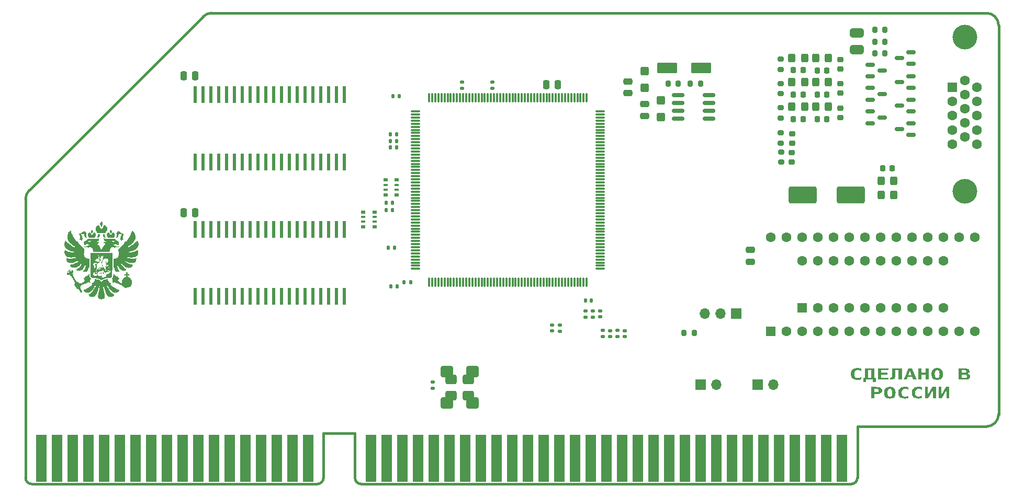
<source format=gts>
%TF.GenerationSoftware,KiCad,Pcbnew,9.0.3*%
%TF.CreationDate,2025-08-10T20:31:52+03:00*%
%TF.ProjectId,eos,656f732e-6b69-4636-9164-5f7063625858,1.0.2*%
%TF.SameCoordinates,Original*%
%TF.FileFunction,Soldermask,Top*%
%TF.FilePolarity,Negative*%
%FSLAX46Y46*%
G04 Gerber Fmt 4.6, Leading zero omitted, Abs format (unit mm)*
G04 Created by KiCad (PCBNEW 9.0.3) date 2025-08-10 20:31:52*
%MOMM*%
%LPD*%
G01*
G04 APERTURE LIST*
G04 Aperture macros list*
%AMRoundRect*
0 Rectangle with rounded corners*
0 $1 Rounding radius*
0 $2 $3 $4 $5 $6 $7 $8 $9 X,Y pos of 4 corners*
0 Add a 4 corners polygon primitive as box body*
4,1,4,$2,$3,$4,$5,$6,$7,$8,$9,$2,$3,0*
0 Add four circle primitives for the rounded corners*
1,1,$1+$1,$2,$3*
1,1,$1+$1,$4,$5*
1,1,$1+$1,$6,$7*
1,1,$1+$1,$8,$9*
0 Add four rect primitives between the rounded corners*
20,1,$1+$1,$2,$3,$4,$5,0*
20,1,$1+$1,$4,$5,$6,$7,0*
20,1,$1+$1,$6,$7,$8,$9,0*
20,1,$1+$1,$8,$9,$2,$3,0*%
%AMFreePoly0*
4,1,23,0.500000,-0.750000,0.000000,-0.750000,0.000000,-0.745722,-0.065263,-0.745722,-0.191342,-0.711940,-0.304381,-0.646677,-0.396677,-0.554381,-0.461940,-0.441342,-0.495722,-0.315263,-0.495722,-0.250000,-0.500000,-0.250000,-0.500000,0.250000,-0.495722,0.250000,-0.495722,0.315263,-0.461940,0.441342,-0.396677,0.554381,-0.304381,0.646677,-0.191342,0.711940,-0.065263,0.745722,0.000000,0.745722,
0.000000,0.750000,0.500000,0.750000,0.500000,-0.750000,0.500000,-0.750000,$1*%
%AMFreePoly1*
4,1,23,0.000000,0.745722,0.065263,0.745722,0.191342,0.711940,0.304381,0.646677,0.396677,0.554381,0.461940,0.441342,0.495722,0.315263,0.495722,0.250000,0.500000,0.250000,0.500000,-0.250000,0.495722,-0.250000,0.495722,-0.315263,0.461940,-0.441342,0.396677,-0.554381,0.304381,-0.646677,0.191342,-0.711940,0.065263,-0.745722,0.000000,-0.745722,0.000000,-0.750000,-0.500000,-0.750000,
-0.500000,0.750000,0.000000,0.750000,0.000000,0.745722,0.000000,0.745722,$1*%
G04 Aperture macros list end*
%ADD10C,0.360000*%
%ADD11C,0.000000*%
%ADD12R,0.508000X2.778000*%
%ADD13R,1.700000X1.700000*%
%ADD14O,1.700000X1.700000*%
%ADD15RoundRect,0.250000X0.475000X-0.250000X0.475000X0.250000X-0.475000X0.250000X-0.475000X-0.250000X0*%
%ADD16RoundRect,0.250000X0.250000X0.475000X-0.250000X0.475000X-0.250000X-0.475000X0.250000X-0.475000X0*%
%ADD17RoundRect,0.225000X0.250000X-0.225000X0.250000X0.225000X-0.250000X0.225000X-0.250000X-0.225000X0*%
%ADD18RoundRect,0.250000X-0.475000X0.250000X-0.475000X-0.250000X0.475000X-0.250000X0.475000X0.250000X0*%
%ADD19RoundRect,0.250000X0.425000X-0.450000X0.425000X0.450000X-0.425000X0.450000X-0.425000X-0.450000X0*%
%ADD20RoundRect,0.225000X0.225000X0.250000X-0.225000X0.250000X-0.225000X-0.250000X0.225000X-0.250000X0*%
%ADD21RoundRect,0.250000X2.000000X1.100000X-2.000000X1.100000X-2.000000X-1.100000X2.000000X-1.100000X0*%
%ADD22RoundRect,0.250000X-2.000000X-1.100000X2.000000X-1.100000X2.000000X1.100000X-2.000000X1.100000X0*%
%ADD23RoundRect,0.250000X0.325000X0.450000X-0.325000X0.450000X-0.325000X-0.450000X0.325000X-0.450000X0*%
%ADD24RoundRect,0.200000X-0.200000X-0.275000X0.200000X-0.275000X0.200000X0.275000X-0.200000X0.275000X0*%
%ADD25RoundRect,0.200000X0.200000X0.275000X-0.200000X0.275000X-0.200000X-0.275000X0.200000X-0.275000X0*%
%ADD26RoundRect,0.200000X-0.275000X0.200000X-0.275000X-0.200000X0.275000X-0.200000X0.275000X0.200000X0*%
%ADD27RoundRect,0.200000X0.275000X-0.200000X0.275000X0.200000X-0.275000X0.200000X-0.275000X-0.200000X0*%
%ADD28RoundRect,0.150000X-0.825000X-0.150000X0.825000X-0.150000X0.825000X0.150000X-0.825000X0.150000X0*%
%ADD29R,1.780000X7.620000*%
%ADD30RoundRect,0.250000X-0.325000X-0.450000X0.325000X-0.450000X0.325000X0.450000X-0.325000X0.450000X0*%
%ADD31RoundRect,0.225000X-0.225000X-0.250000X0.225000X-0.250000X0.225000X0.250000X-0.225000X0.250000X0*%
%ADD32RoundRect,0.225000X-0.250000X0.225000X-0.250000X-0.225000X0.250000X-0.225000X0.250000X0.225000X0*%
%ADD33RoundRect,0.250000X-1.400000X-0.600000X1.400000X-0.600000X1.400000X0.600000X-1.400000X0.600000X0*%
%ADD34C,4.000000*%
%ADD35R,1.600000X1.600000*%
%ADD36C,1.600000*%
%ADD37RoundRect,0.250000X-0.425000X0.450000X-0.425000X-0.450000X0.425000X-0.450000X0.425000X0.450000X0*%
%ADD38RoundRect,0.135000X0.185000X-0.135000X0.185000X0.135000X-0.185000X0.135000X-0.185000X-0.135000X0*%
%ADD39RoundRect,0.135000X-0.135000X-0.185000X0.135000X-0.185000X0.135000X0.185000X-0.135000X0.185000X0*%
%ADD40RoundRect,0.150000X0.587500X0.150000X-0.587500X0.150000X-0.587500X-0.150000X0.587500X-0.150000X0*%
%ADD41R,0.800000X0.500000*%
%ADD42R,0.800000X0.400000*%
%ADD43RoundRect,0.140000X-0.170000X0.140000X-0.170000X-0.140000X0.170000X-0.140000X0.170000X0.140000X0*%
%ADD44RoundRect,0.075000X0.075000X-0.662500X0.075000X0.662500X-0.075000X0.662500X-0.075000X-0.662500X0*%
%ADD45RoundRect,0.075000X0.662500X-0.075000X0.662500X0.075000X-0.662500X0.075000X-0.662500X-0.075000X0*%
%ADD46RoundRect,0.250000X0.550000X-0.550000X0.550000X0.550000X-0.550000X0.550000X-0.550000X-0.550000X0*%
%ADD47RoundRect,0.250000X0.750000X-0.650000X0.750000X0.650000X-0.750000X0.650000X-0.750000X-0.650000X0*%
%ADD48RoundRect,0.150000X-0.587500X-0.150000X0.587500X-0.150000X0.587500X0.150000X-0.587500X0.150000X0*%
%ADD49FreePoly0,0.000000*%
%ADD50FreePoly1,0.000000*%
%ADD51RoundRect,0.250001X0.649999X-0.519999X0.649999X0.519999X-0.649999X0.519999X-0.649999X-0.519999X0*%
%ADD52RoundRect,0.135000X0.135000X0.185000X-0.135000X0.185000X-0.135000X-0.185000X0.135000X-0.185000X0*%
%ADD53RoundRect,0.140000X-0.140000X-0.170000X0.140000X-0.170000X0.140000X0.170000X-0.140000X0.170000X0*%
%ADD54RoundRect,0.140000X0.170000X-0.140000X0.170000X0.140000X-0.170000X0.140000X-0.170000X-0.140000X0*%
%TA.AperFunction,Profile*%
%ADD55C,0.381000*%
%TD*%
G04 APERTURE END LIST*
D10*
G36*
X208891870Y-97338726D02*
G01*
X208764429Y-97378733D01*
X208630713Y-97407309D01*
X208491694Y-97424356D01*
X208343044Y-97430170D01*
X208128587Y-97419327D01*
X207943828Y-97388508D01*
X207783888Y-97339306D01*
X207644916Y-97271950D01*
X207524330Y-97185293D01*
X207429203Y-97086868D01*
X207351746Y-96970115D01*
X207293051Y-96832083D01*
X207255348Y-96669268D01*
X207241900Y-96477697D01*
X207255364Y-96285507D01*
X207293097Y-96122286D01*
X207351812Y-95984023D01*
X207429260Y-95867181D01*
X207524330Y-95768782D01*
X207644916Y-95682125D01*
X207783888Y-95614768D01*
X207943828Y-95565566D01*
X208128587Y-95534747D01*
X208343044Y-95523904D01*
X208491922Y-95529701D01*
X208632460Y-95546765D01*
X208767143Y-95575482D01*
X208891870Y-95615348D01*
X208891870Y-96016297D01*
X208754154Y-95938202D01*
X208629919Y-95888143D01*
X208500350Y-95857554D01*
X208367969Y-95847477D01*
X208229412Y-95857958D01*
X208113820Y-95887786D01*
X208016168Y-95936510D01*
X207933608Y-96006296D01*
X207874811Y-96085978D01*
X207828812Y-96187788D01*
X207798281Y-96316525D01*
X207787074Y-96477697D01*
X207798261Y-96638115D01*
X207828761Y-96766454D01*
X207874756Y-96868136D01*
X207933608Y-96947889D01*
X208016158Y-97017620D01*
X208113805Y-97066311D01*
X208229401Y-97096122D01*
X208367969Y-97106598D01*
X208500350Y-97096521D01*
X208629919Y-97065931D01*
X208754154Y-97015872D01*
X208891870Y-96937777D01*
X208891870Y-97338726D01*
G37*
G36*
X211035260Y-97078461D02*
G01*
X211278635Y-97078461D01*
X211278635Y-97788914D01*
X210825699Y-97788914D01*
X210825699Y-97395000D01*
X209685342Y-97395000D01*
X209685342Y-97788914D01*
X209232564Y-97788914D01*
X209232564Y-97078461D01*
X209410214Y-97078461D01*
X209999841Y-97078461D01*
X210511359Y-97078461D01*
X210511359Y-95875614D01*
X210053025Y-95875614D01*
X210053025Y-96785443D01*
X210038514Y-96952377D01*
X209999841Y-97078461D01*
X209410214Y-97078461D01*
X209449000Y-97067674D01*
X209491816Y-97026144D01*
X209519699Y-96971871D01*
X209529124Y-96912718D01*
X209529124Y-96786432D01*
X209529124Y-95559075D01*
X211035260Y-95559075D01*
X211035260Y-97078461D01*
G37*
G36*
X213301210Y-97395000D02*
G01*
X211649494Y-97395000D01*
X211649494Y-95559075D01*
X213301210Y-95559075D01*
X213301210Y-95875614D01*
X212173395Y-95875614D01*
X212173395Y-96276563D01*
X213194684Y-96276563D01*
X213194684Y-96593101D01*
X212173395Y-96593101D01*
X212173395Y-97078461D01*
X213301210Y-97078461D01*
X213301210Y-97395000D01*
G37*
G36*
X214466017Y-95875614D02*
G01*
X214466017Y-96092465D01*
X214459111Y-96518569D01*
X214441092Y-96827538D01*
X214416614Y-96975013D01*
X214374218Y-97092138D01*
X214317223Y-97184222D01*
X214247566Y-97255744D01*
X214156675Y-97313891D01*
X214041539Y-97357066D01*
X213896663Y-97384892D01*
X213714616Y-97395000D01*
X213551254Y-97395000D01*
X213551254Y-97071427D01*
X213569035Y-97071427D01*
X213678293Y-97063959D01*
X213761831Y-97043572D01*
X213825588Y-97011746D01*
X213871844Y-96967737D01*
X213904122Y-96904411D01*
X213918937Y-96815228D01*
X213941957Y-96086200D01*
X213941957Y-95559075D01*
X215487306Y-95559075D01*
X215487306Y-97395000D01*
X214963246Y-97395000D01*
X214963246Y-95875614D01*
X214466017Y-95875614D01*
G37*
G36*
X217861530Y-97395000D02*
G01*
X217337629Y-97395000D01*
X217174108Y-96937777D01*
X216472557Y-96937777D01*
X216312847Y-97395000D01*
X215788787Y-97395000D01*
X216082254Y-96642341D01*
X216577337Y-96642341D01*
X217072980Y-96642341D01*
X216824365Y-95891111D01*
X216577337Y-96642341D01*
X216082254Y-96642341D01*
X216504626Y-95559075D01*
X217145691Y-95559075D01*
X217861530Y-97395000D01*
G37*
G36*
X218163170Y-95559075D02*
G01*
X218687071Y-95559075D01*
X218687071Y-96255460D01*
X219342423Y-96255460D01*
X219342423Y-95559075D01*
X219866483Y-95559075D01*
X219866483Y-97395000D01*
X219342423Y-97395000D01*
X219342423Y-96571999D01*
X218687071Y-96571999D01*
X218687071Y-97395000D01*
X218163170Y-97395000D01*
X218163170Y-95559075D01*
G37*
G36*
X221385652Y-95534335D02*
G01*
X221542569Y-95564076D01*
X221678677Y-95611941D01*
X221797342Y-95678323D01*
X221900488Y-95765155D01*
X221978077Y-95860099D01*
X222042501Y-95975166D01*
X222092097Y-96113778D01*
X222124335Y-96279843D01*
X222135926Y-96477697D01*
X222124350Y-96674918D01*
X222092139Y-96840588D01*
X222042563Y-96978997D01*
X221978130Y-97094015D01*
X221900488Y-97189030D01*
X221797350Y-97275816D01*
X221678691Y-97342167D01*
X221542583Y-97390013D01*
X221385661Y-97419743D01*
X221203383Y-97430170D01*
X221021963Y-97419762D01*
X220865602Y-97390068D01*
X220729805Y-97342249D01*
X220611244Y-97275886D01*
X220508023Y-97189030D01*
X220430438Y-97094021D01*
X220366049Y-96979007D01*
X220316504Y-96840598D01*
X220284313Y-96674925D01*
X220272744Y-96477697D01*
X220818077Y-96477697D01*
X220831089Y-96700750D01*
X220864301Y-96855231D01*
X220910316Y-96957780D01*
X220966594Y-97025936D01*
X221033003Y-97071005D01*
X221110641Y-97097473D01*
X221203383Y-97106598D01*
X221297122Y-97097434D01*
X221375338Y-97070904D01*
X221441980Y-97025825D01*
X221498196Y-96957780D01*
X221544292Y-96855226D01*
X221577559Y-96700745D01*
X221590593Y-96477697D01*
X221577542Y-96253726D01*
X221544259Y-96098914D01*
X221498196Y-95996404D01*
X221441971Y-95928301D01*
X221375325Y-95883190D01*
X221297112Y-95856644D01*
X221203383Y-95847477D01*
X221110651Y-95856606D01*
X221033016Y-95883089D01*
X220966603Y-95928190D01*
X220910316Y-95996404D01*
X220864334Y-96098908D01*
X220831107Y-96253721D01*
X220818077Y-96477697D01*
X220272744Y-96477697D01*
X220284328Y-96279837D01*
X220316546Y-96113768D01*
X220366110Y-95975157D01*
X220430491Y-95860093D01*
X220508023Y-95765155D01*
X220611253Y-95678253D01*
X220729819Y-95611859D01*
X220865616Y-95564020D01*
X221021973Y-95534316D01*
X221203383Y-95523904D01*
X221385652Y-95534335D01*
G37*
G36*
X225791243Y-95567787D02*
G01*
X225972458Y-95591605D01*
X226116469Y-95627767D01*
X226229974Y-95674590D01*
X226325726Y-95737925D01*
X226394490Y-95814523D01*
X226437543Y-95907092D01*
X226452870Y-96019705D01*
X226436705Y-96133643D01*
X226392001Y-96223509D01*
X226321418Y-96294588D01*
X226225075Y-96349292D01*
X226099256Y-96388043D01*
X225936113Y-96409443D01*
X226086798Y-96427634D01*
X226210347Y-96457965D01*
X226311363Y-96499246D01*
X226393335Y-96551336D01*
X226457672Y-96614158D01*
X226505528Y-96689649D01*
X226536082Y-96780320D01*
X226547013Y-96889307D01*
X226530437Y-97021558D01*
X226484722Y-97126508D01*
X226413354Y-97209806D01*
X226316179Y-97275418D01*
X226199288Y-97322660D01*
X226042233Y-97360184D01*
X225834777Y-97385539D01*
X225564937Y-97395000D01*
X224710502Y-97395000D01*
X224710502Y-97106598D01*
X225216781Y-97106598D01*
X225564937Y-97106598D01*
X225730898Y-97098302D01*
X225842852Y-97077142D01*
X225915633Y-97047027D01*
X225967787Y-97002136D01*
X226002637Y-96935715D01*
X226015968Y-96839738D01*
X226002304Y-96742246D01*
X225966097Y-96672657D01*
X225911188Y-96623766D01*
X225835047Y-96589884D01*
X225723743Y-96566795D01*
X225564937Y-96557930D01*
X225216781Y-96557930D01*
X225216781Y-97106598D01*
X224710502Y-97106598D01*
X224710502Y-96269528D01*
X225216781Y-96269528D01*
X225564937Y-96269528D01*
X225696577Y-96262863D01*
X225787394Y-96245687D01*
X225848161Y-96220949D01*
X225892646Y-96184310D01*
X225921603Y-96132544D01*
X225932461Y-96060371D01*
X225921467Y-95988291D01*
X225891946Y-95935837D01*
X225846256Y-95898035D01*
X225784231Y-95872082D01*
X225693732Y-95854308D01*
X225564937Y-95847477D01*
X225216781Y-95847477D01*
X225216781Y-96269528D01*
X224710502Y-96269528D01*
X224710502Y-95559075D01*
X225564937Y-95559075D01*
X225791243Y-95567787D01*
G37*
G36*
X211546928Y-98593707D02*
G01*
X211764854Y-98622224D01*
X211929850Y-98664550D01*
X212052739Y-98718153D01*
X212152902Y-98791200D01*
X212227500Y-98885057D01*
X212275795Y-99004579D01*
X212293416Y-99156362D01*
X212275798Y-99308142D01*
X212227507Y-99427686D01*
X212152908Y-99521582D01*
X212052739Y-99594680D01*
X211929861Y-99648236D01*
X211764871Y-99690528D01*
X211546941Y-99719024D01*
X211263237Y-99729648D01*
X211067964Y-99729648D01*
X211067964Y-100419000D01*
X210543905Y-100419000D01*
X210543905Y-99427178D01*
X211067964Y-99427178D01*
X211282764Y-99427178D01*
X211453669Y-99418742D01*
X211569107Y-99397222D01*
X211644255Y-99366618D01*
X211698452Y-99320804D01*
X211734494Y-99253386D01*
X211748242Y-99156362D01*
X211734490Y-99059339D01*
X211698445Y-98991964D01*
X211644255Y-98946215D01*
X211569093Y-98915552D01*
X211453653Y-98893995D01*
X211282764Y-98885545D01*
X211067964Y-98885545D01*
X211067964Y-99427178D01*
X210543905Y-99427178D01*
X210543905Y-98583075D01*
X211263237Y-98583075D01*
X211546928Y-98593707D01*
G37*
G36*
X213722093Y-98558335D02*
G01*
X213879011Y-98588076D01*
X214015119Y-98635941D01*
X214133783Y-98702323D01*
X214236930Y-98789155D01*
X214314519Y-98884099D01*
X214378943Y-98999166D01*
X214428538Y-99137778D01*
X214460777Y-99303843D01*
X214472368Y-99501697D01*
X214460791Y-99698918D01*
X214428581Y-99864588D01*
X214379004Y-100002997D01*
X214314571Y-100118015D01*
X214236930Y-100213030D01*
X214133792Y-100299816D01*
X214015132Y-100366167D01*
X213879025Y-100414013D01*
X213722103Y-100443743D01*
X213539824Y-100454170D01*
X213358405Y-100443762D01*
X213202044Y-100414068D01*
X213066247Y-100366249D01*
X212947686Y-100299886D01*
X212844465Y-100213030D01*
X212766880Y-100118021D01*
X212702491Y-100003007D01*
X212652946Y-99864598D01*
X212620755Y-99698925D01*
X212609186Y-99501697D01*
X213154519Y-99501697D01*
X213167531Y-99724750D01*
X213200742Y-99879231D01*
X213246757Y-99981780D01*
X213303036Y-100049936D01*
X213369444Y-100095005D01*
X213447082Y-100121473D01*
X213539824Y-100130598D01*
X213633564Y-100121434D01*
X213711780Y-100094904D01*
X213778422Y-100049825D01*
X213834637Y-99981780D01*
X213880733Y-99879226D01*
X213914001Y-99724745D01*
X213927035Y-99501697D01*
X213913983Y-99277726D01*
X213880700Y-99122914D01*
X213834637Y-99020404D01*
X213778413Y-98952301D01*
X213711766Y-98907190D01*
X213633553Y-98880644D01*
X213539824Y-98871477D01*
X213447093Y-98880606D01*
X213369458Y-98907089D01*
X213303044Y-98952190D01*
X213246757Y-99020404D01*
X213200775Y-99122908D01*
X213167548Y-99277721D01*
X213154519Y-99501697D01*
X212609186Y-99501697D01*
X212620769Y-99303837D01*
X212652988Y-99137768D01*
X212702552Y-98999157D01*
X212766932Y-98884093D01*
X212844465Y-98789155D01*
X212947694Y-98702253D01*
X213066260Y-98635859D01*
X213202058Y-98588020D01*
X213358414Y-98558316D01*
X213539824Y-98547904D01*
X213722093Y-98558335D01*
G37*
G36*
X216555429Y-100362726D02*
G01*
X216427988Y-100402733D01*
X216294273Y-100431309D01*
X216155253Y-100448356D01*
X216006604Y-100454170D01*
X215792146Y-100443327D01*
X215607387Y-100412508D01*
X215447448Y-100363306D01*
X215308476Y-100295950D01*
X215187889Y-100209293D01*
X215092763Y-100110868D01*
X215015305Y-99994115D01*
X214956611Y-99856083D01*
X214918908Y-99693268D01*
X214905459Y-99501697D01*
X214918923Y-99309507D01*
X214956656Y-99146286D01*
X215015372Y-99008023D01*
X215092820Y-98891181D01*
X215187889Y-98792782D01*
X215308476Y-98706125D01*
X215447448Y-98638768D01*
X215607387Y-98589566D01*
X215792146Y-98558747D01*
X216006604Y-98547904D01*
X216155481Y-98553701D01*
X216296019Y-98570765D01*
X216430702Y-98599482D01*
X216555429Y-98639348D01*
X216555429Y-99040297D01*
X216417713Y-98962202D01*
X216293479Y-98912143D01*
X216163909Y-98881554D01*
X216031529Y-98871477D01*
X215892971Y-98881958D01*
X215777379Y-98911786D01*
X215679727Y-98960510D01*
X215597167Y-99030296D01*
X215538371Y-99109978D01*
X215492372Y-99211788D01*
X215461840Y-99340525D01*
X215450634Y-99501697D01*
X215461820Y-99662115D01*
X215492321Y-99790454D01*
X215538316Y-99892136D01*
X215597167Y-99971889D01*
X215679717Y-100041620D01*
X215777365Y-100090311D01*
X215892960Y-100120122D01*
X216031529Y-100130598D01*
X216163909Y-100120521D01*
X216293479Y-100089931D01*
X216417713Y-100039872D01*
X216555429Y-99961777D01*
X216555429Y-100362726D01*
G37*
G36*
X218745018Y-100362726D02*
G01*
X218617577Y-100402733D01*
X218483861Y-100431309D01*
X218344842Y-100448356D01*
X218196192Y-100454170D01*
X217981734Y-100443327D01*
X217796976Y-100412508D01*
X217637036Y-100363306D01*
X217498064Y-100295950D01*
X217377478Y-100209293D01*
X217282351Y-100110868D01*
X217204894Y-99994115D01*
X217146199Y-99856083D01*
X217108496Y-99693268D01*
X217095047Y-99501697D01*
X217108512Y-99309507D01*
X217146245Y-99146286D01*
X217204960Y-99008023D01*
X217282408Y-98891181D01*
X217377478Y-98792782D01*
X217498064Y-98706125D01*
X217637036Y-98638768D01*
X217796976Y-98589566D01*
X217981734Y-98558747D01*
X218196192Y-98547904D01*
X218345069Y-98553701D01*
X218485607Y-98570765D01*
X218620290Y-98599482D01*
X218745018Y-98639348D01*
X218745018Y-99040297D01*
X218607302Y-98962202D01*
X218483067Y-98912143D01*
X218353497Y-98881554D01*
X218221117Y-98871477D01*
X218082560Y-98881958D01*
X217966968Y-98911786D01*
X217869316Y-98960510D01*
X217786755Y-99030296D01*
X217727959Y-99109978D01*
X217681960Y-99211788D01*
X217651428Y-99340525D01*
X217640222Y-99501697D01*
X217651409Y-99662115D01*
X217681909Y-99790454D01*
X217727904Y-99892136D01*
X217786755Y-99971889D01*
X217869306Y-100041620D01*
X217966953Y-100090311D01*
X218082549Y-100120122D01*
X218221117Y-100130598D01*
X218353497Y-100120521D01*
X218483067Y-100089931D01*
X218607302Y-100039872D01*
X218745018Y-99961777D01*
X218745018Y-100362726D01*
G37*
G36*
X220989695Y-98583075D02*
G01*
X220989695Y-100419000D01*
X220527868Y-100419000D01*
X220527868Y-99084811D01*
X219785358Y-100419000D01*
X219225895Y-100419000D01*
X219225895Y-98583075D01*
X219687722Y-98583075D01*
X219687722Y-99917264D01*
X220426581Y-98583075D01*
X220989695Y-98583075D01*
G37*
G36*
X223179283Y-98583075D02*
G01*
X223179283Y-100419000D01*
X222717457Y-100419000D01*
X222717457Y-99084811D01*
X221974946Y-100419000D01*
X221415484Y-100419000D01*
X221415484Y-98583075D01*
X221877310Y-98583075D01*
X221877310Y-99917264D01*
X222616169Y-98583075D01*
X223179283Y-98583075D01*
G37*
D11*
%TO.C,G\u002A\u002A\u002A*%
G36*
X85737707Y-73935335D02*
G01*
X85712406Y-74041191D01*
X85665460Y-74146002D01*
X85604237Y-74235189D01*
X85567677Y-74271853D01*
X85475693Y-74334237D01*
X85365105Y-74386533D01*
X85254840Y-74420217D01*
X85227497Y-74425028D01*
X85141492Y-74437220D01*
X85192648Y-74401616D01*
X85277323Y-74320540D01*
X85344466Y-74209863D01*
X85391297Y-74075245D01*
X85412218Y-73954591D01*
X85424063Y-73841265D01*
X85586456Y-73841265D01*
X85748848Y-73841265D01*
X85737707Y-73935335D01*
G37*
G36*
X86535527Y-73959202D02*
G01*
X86565234Y-74111484D01*
X86616201Y-74240555D01*
X86686341Y-74342190D01*
X86753091Y-74399751D01*
X86804246Y-74433488D01*
X86756466Y-74432990D01*
X86711141Y-74426496D01*
X86647942Y-74410451D01*
X86609576Y-74398245D01*
X86534189Y-74367175D01*
X86458739Y-74328426D01*
X86431767Y-74311917D01*
X86348112Y-74237518D01*
X86277678Y-74138985D01*
X86227179Y-74028555D01*
X86203332Y-73918464D01*
X86202321Y-73893823D01*
X86202215Y-73841265D01*
X86362199Y-73841265D01*
X86522183Y-73841265D01*
X86535527Y-73959202D01*
G37*
G36*
X84456550Y-73143852D02*
G01*
X84483139Y-73153649D01*
X84546778Y-73198744D01*
X84583359Y-73268265D01*
X84592567Y-73359325D01*
X84574085Y-73469036D01*
X84530662Y-73587752D01*
X84492634Y-73668531D01*
X84463614Y-73714516D01*
X84438607Y-73726485D01*
X84412619Y-73705209D01*
X84380656Y-73651466D01*
X84361539Y-73613991D01*
X84326880Y-73538166D01*
X84298622Y-73464458D01*
X84282553Y-73408068D01*
X84282059Y-73405305D01*
X84282747Y-73317200D01*
X84310926Y-73235238D01*
X84361708Y-73172147D01*
X84375524Y-73161999D01*
X84417198Y-73141234D01*
X84456550Y-73143852D01*
G37*
G36*
X87547209Y-73148354D02*
G01*
X87570215Y-73161999D01*
X87624111Y-73217875D01*
X87658366Y-73294829D01*
X87667219Y-73378325D01*
X87664527Y-73399998D01*
X87646216Y-73466103D01*
X87614861Y-73548672D01*
X87577324Y-73631537D01*
X87540467Y-73698530D01*
X87533182Y-73709461D01*
X87505173Y-73749449D01*
X87472810Y-73700055D01*
X87432862Y-73627615D01*
X87395938Y-73540974D01*
X87367007Y-73453918D01*
X87351039Y-73380234D01*
X87349395Y-73357735D01*
X87363146Y-73266937D01*
X87403172Y-73196265D01*
X87462600Y-73153649D01*
X87509570Y-73139762D01*
X87547209Y-73148354D01*
G37*
G36*
X86023432Y-71818555D02*
G01*
X86038053Y-71825407D01*
X86119478Y-71883234D01*
X86172672Y-71964365D01*
X86197556Y-72066249D01*
X86194052Y-72186333D01*
X86162080Y-72322066D01*
X86101563Y-72470895D01*
X86060393Y-72549749D01*
X86024543Y-72610050D01*
X85994031Y-72654549D01*
X85974636Y-72674950D01*
X85972869Y-72675426D01*
X85955800Y-72659930D01*
X85926815Y-72619073D01*
X85891836Y-72561301D01*
X85887755Y-72554057D01*
X85809844Y-72394317D01*
X85762108Y-72248906D01*
X85744512Y-72119584D01*
X85757021Y-72008112D01*
X85799601Y-71916250D01*
X85872217Y-71845758D01*
X85902119Y-71827828D01*
X85947808Y-71806233D01*
X85981476Y-71803263D01*
X86023432Y-71818555D01*
G37*
G36*
X86301516Y-79975258D02*
G01*
X86347563Y-80027518D01*
X86375861Y-80097577D01*
X86396721Y-80152037D01*
X86422375Y-80193506D01*
X86425000Y-80196308D01*
X86445973Y-80222332D01*
X86448169Y-80232803D01*
X86408881Y-80247922D01*
X86350611Y-80249833D01*
X86302553Y-80241355D01*
X86262549Y-80226150D01*
X86244822Y-80202331D01*
X86240484Y-80156244D01*
X86240439Y-80145927D01*
X86236199Y-80092662D01*
X86220339Y-80066130D01*
X86202430Y-80058296D01*
X86176522Y-80043368D01*
X86175370Y-80030640D01*
X86199823Y-80021653D01*
X86227713Y-80025796D01*
X86255651Y-80033218D01*
X86255757Y-80024814D01*
X86232699Y-79997906D01*
X86208746Y-79968826D01*
X86213096Y-79958460D01*
X86244071Y-79957141D01*
X86301516Y-79975258D01*
G37*
G36*
X86169181Y-77320715D02*
G01*
X86236779Y-77365678D01*
X86286759Y-77435403D01*
X86298004Y-77463702D01*
X86309660Y-77526021D01*
X86307712Y-77585412D01*
X86307303Y-77587367D01*
X86285638Y-77640446D01*
X86249040Y-77689380D01*
X86204947Y-77728784D01*
X86160797Y-77753274D01*
X86124029Y-77757464D01*
X86102080Y-77735969D01*
X86102074Y-77735951D01*
X86111237Y-77711118D01*
X86143772Y-77679645D01*
X86152424Y-77673491D01*
X86206874Y-77617689D01*
X86231352Y-77550468D01*
X86226312Y-77481419D01*
X86192210Y-77420134D01*
X86138517Y-77380240D01*
X86064955Y-77364252D01*
X85993582Y-77385034D01*
X85951543Y-77417444D01*
X85928280Y-77448367D01*
X85918003Y-77488405D01*
X85917788Y-77550659D01*
X85918583Y-77565077D01*
X85920341Y-77628471D01*
X85914812Y-77661850D01*
X85900408Y-77672997D01*
X85896504Y-77673244D01*
X85868898Y-77656128D01*
X85847449Y-77612528D01*
X85835285Y-77554062D01*
X85835534Y-77492350D01*
X85840705Y-77465973D01*
X85879058Y-77387708D01*
X85938904Y-77334011D01*
X86012421Y-77304920D01*
X86091788Y-77300475D01*
X86169181Y-77320715D01*
G37*
G36*
X84170480Y-73538358D02*
G01*
X84186062Y-73571449D01*
X84194823Y-73600543D01*
X84224443Y-73676885D01*
X84267172Y-73755507D01*
X84317165Y-73828569D01*
X84368579Y-73888229D01*
X84415567Y-73926648D01*
X84445496Y-73936825D01*
X84486489Y-73920018D01*
X84534791Y-73874546D01*
X84585120Y-73807835D01*
X84632192Y-73727309D01*
X84670721Y-73640394D01*
X84683510Y-73602363D01*
X84701860Y-73553348D01*
X84722917Y-73533004D01*
X84751968Y-73531782D01*
X84860427Y-73558930D01*
X84947741Y-73612416D01*
X84986306Y-73650127D01*
X85050916Y-73748741D01*
X85084416Y-73862620D01*
X85087388Y-73985651D01*
X85060411Y-74111720D01*
X85004064Y-74234718D01*
X84920196Y-74347157D01*
X84840386Y-74433740D01*
X84438507Y-74433740D01*
X84036627Y-74433740D01*
X83966551Y-74360075D01*
X83879963Y-74245981D01*
X83825022Y-74116760D01*
X83799242Y-73966416D01*
X83798443Y-73954576D01*
X83795798Y-73867302D01*
X83801568Y-73805257D01*
X83817183Y-73756090D01*
X83822803Y-73744343D01*
X83887560Y-73646640D01*
X83969568Y-73580506D01*
X84075681Y-73540817D01*
X84102521Y-73535203D01*
X84146673Y-73529135D01*
X84170480Y-73538358D01*
G37*
G36*
X87823696Y-73527165D02*
G01*
X87878262Y-73541351D01*
X87939292Y-73565322D01*
X87997925Y-73595936D01*
X88045304Y-73630049D01*
X88058563Y-73643332D01*
X88110712Y-73716198D01*
X88139841Y-73794959D01*
X88149254Y-73891192D01*
X88147296Y-73954576D01*
X88125757Y-74099264D01*
X88077399Y-74224542D01*
X87997494Y-74342193D01*
X87986626Y-74355115D01*
X87919327Y-74433740D01*
X87512339Y-74433740D01*
X87105352Y-74433740D01*
X87025542Y-74347157D01*
X86942752Y-74236646D01*
X86887790Y-74118924D01*
X86859957Y-73999211D01*
X86858557Y-73882727D01*
X86882891Y-73774695D01*
X86932262Y-73680335D01*
X87005971Y-73604868D01*
X87103320Y-73553515D01*
X87132819Y-73544653D01*
X87198089Y-73530315D01*
X87234936Y-73530631D01*
X87250856Y-73547179D01*
X87253568Y-73570045D01*
X87264753Y-73624598D01*
X87293962Y-73692501D01*
X87335455Y-73765275D01*
X87383494Y-73834440D01*
X87432338Y-73891518D01*
X87476248Y-73928030D01*
X87501839Y-73936825D01*
X87533935Y-73923249D01*
X87576502Y-73888791D01*
X87597860Y-73866488D01*
X87634352Y-73817509D01*
X87674974Y-73751812D01*
X87714161Y-73679969D01*
X87746346Y-73612547D01*
X87765965Y-73560116D01*
X87769393Y-73540727D01*
X87784453Y-73525909D01*
X87823696Y-73527165D01*
G37*
G36*
X86494099Y-72382390D02*
G01*
X86587282Y-72416289D01*
X86677233Y-72464763D01*
X86745282Y-72517416D01*
X86827833Y-72616024D01*
X86880301Y-72726107D01*
X86905681Y-72855311D01*
X86909176Y-72936204D01*
X86893716Y-73105157D01*
X86849267Y-73269493D01*
X86779332Y-73421149D01*
X86687415Y-73552065D01*
X86607320Y-73630836D01*
X86537524Y-73688368D01*
X85972869Y-73688368D01*
X85408215Y-73688368D01*
X85338419Y-73630836D01*
X85263524Y-73554231D01*
X85189774Y-73452908D01*
X85125341Y-73339720D01*
X85078398Y-73227521D01*
X85074777Y-73216195D01*
X85047636Y-73095114D01*
X85036253Y-72966761D01*
X85040600Y-72843227D01*
X85060648Y-72736602D01*
X85076037Y-72694538D01*
X85138138Y-72593242D01*
X85223672Y-72503900D01*
X85323951Y-72432716D01*
X85430284Y-72385897D01*
X85530983Y-72369632D01*
X85566357Y-72374661D01*
X85588455Y-72396421D01*
X85606840Y-72444917D01*
X85608617Y-72450858D01*
X85660377Y-72586631D01*
X85732305Y-72721736D01*
X85815576Y-72840473D01*
X85849349Y-72879091D01*
X85899486Y-72928959D01*
X85942021Y-72965330D01*
X85968506Y-72981057D01*
X85970041Y-72981220D01*
X86008774Y-72964887D01*
X86058701Y-72920256D01*
X86115313Y-72853879D01*
X86174101Y-72772309D01*
X86230558Y-72682098D01*
X86280175Y-72589798D01*
X86318444Y-72501962D01*
X86334966Y-72450858D01*
X86351630Y-72399687D01*
X86371731Y-72376034D01*
X86404986Y-72369715D01*
X86412468Y-72369632D01*
X86494099Y-72382390D01*
G37*
G36*
X83240751Y-73334994D02*
G01*
X83306232Y-73362413D01*
X83380094Y-73413159D01*
X83450942Y-73477849D01*
X83507378Y-73547101D01*
X83516966Y-73562420D01*
X83565809Y-73645764D01*
X83526334Y-73822984D01*
X83504301Y-73941795D01*
X83496254Y-74035505D01*
X83498752Y-74079513D01*
X83523828Y-74170098D01*
X83568211Y-74261755D01*
X83624115Y-74340950D01*
X83677464Y-74390130D01*
X83742405Y-74433740D01*
X83684437Y-74433740D01*
X83594129Y-74421122D01*
X83494221Y-74387650D01*
X83401740Y-74339896D01*
X83357299Y-74307465D01*
X83282463Y-74220251D01*
X83225909Y-74101810D01*
X83187033Y-73950783D01*
X83180281Y-73909632D01*
X83168507Y-73840971D01*
X83156777Y-73789917D01*
X83147279Y-73765650D01*
X83145763Y-73764816D01*
X83122495Y-73768697D01*
X83071031Y-73779095D01*
X83000469Y-73794139D01*
X82961743Y-73802627D01*
X82877502Y-73819796D01*
X82800247Y-73832997D01*
X82742662Y-73840151D01*
X82728588Y-73840851D01*
X82686282Y-73844346D01*
X82666645Y-73852301D01*
X82666474Y-73853189D01*
X82676355Y-73873838D01*
X82702377Y-73917060D01*
X82739112Y-73973876D01*
X82742745Y-73979330D01*
X82828427Y-74140372D01*
X82882029Y-74315413D01*
X82900494Y-74485318D01*
X82898500Y-74569100D01*
X82887368Y-74634502D01*
X82862708Y-74701074D01*
X82842412Y-74744004D01*
X82805175Y-74812423D01*
X82766387Y-74872350D01*
X82736529Y-74908571D01*
X82690266Y-74952034D01*
X82676992Y-74863518D01*
X82654747Y-74779407D01*
X82615935Y-74728040D01*
X82556739Y-74706128D01*
X82495662Y-74707162D01*
X82406060Y-74717774D01*
X82454428Y-74620038D01*
X82496168Y-74493028D01*
X82505880Y-74345351D01*
X82483562Y-74176937D01*
X82441906Y-74024974D01*
X82408558Y-73920569D01*
X82388457Y-73846395D01*
X82381792Y-73796755D01*
X82388752Y-73765955D01*
X82409524Y-73748301D01*
X82444299Y-73738097D01*
X82451462Y-73736722D01*
X82551093Y-73706499D01*
X82668136Y-73651120D01*
X82795194Y-73574511D01*
X82905375Y-73495763D01*
X83007558Y-73420670D01*
X83088101Y-73369989D01*
X83152413Y-73341126D01*
X83205905Y-73331488D01*
X83240751Y-73334994D01*
G37*
G36*
X88780317Y-73337158D02*
G01*
X88841255Y-73361560D01*
X88917526Y-73407907D01*
X88997037Y-73464688D01*
X89126809Y-73558160D01*
X89234382Y-73628495D01*
X89325311Y-73678841D01*
X89405151Y-73712347D01*
X89463023Y-73728753D01*
X89510272Y-73740477D01*
X89542246Y-73754796D01*
X89559548Y-73777420D01*
X89562777Y-73814057D01*
X89552535Y-73870413D01*
X89529421Y-73952199D01*
X89497335Y-74054718D01*
X89467048Y-74153694D01*
X89447934Y-74227598D01*
X89438179Y-74287306D01*
X89435968Y-74343696D01*
X89439156Y-74403512D01*
X89456192Y-74513862D01*
X89486600Y-74609523D01*
X89493686Y-74624838D01*
X89537783Y-74713941D01*
X89451526Y-74706109D01*
X89377257Y-74707382D01*
X89326580Y-74730930D01*
X89292660Y-74782283D01*
X89272041Y-74851280D01*
X89249542Y-74951176D01*
X89198592Y-74897914D01*
X89119055Y-74788083D01*
X89068520Y-74658890D01*
X89046952Y-74515832D01*
X89054315Y-74364405D01*
X89090575Y-74210106D01*
X89155695Y-74058433D01*
X89204478Y-73977108D01*
X89241506Y-73920084D01*
X89268251Y-73875892D01*
X89279228Y-73853623D01*
X89279265Y-73853189D01*
X89262529Y-73844956D01*
X89221772Y-73840915D01*
X89217151Y-73840851D01*
X89170354Y-73836538D01*
X89099072Y-73825387D01*
X89015990Y-73809479D01*
X88983996Y-73802627D01*
X88907566Y-73786000D01*
X88845948Y-73773100D01*
X88808166Y-73765791D01*
X88801079Y-73764816D01*
X88792819Y-73782242D01*
X88781517Y-73828476D01*
X88769298Y-73894454D01*
X88766354Y-73912935D01*
X88731583Y-74062701D01*
X88678160Y-74189543D01*
X88608656Y-74287989D01*
X88575680Y-74319226D01*
X88500656Y-74366893D01*
X88407923Y-74405824D01*
X88315208Y-74429441D01*
X88267632Y-74433528D01*
X88218543Y-74433316D01*
X88281287Y-74383870D01*
X88342283Y-74318308D01*
X88396084Y-74228918D01*
X88434875Y-74130090D01*
X88446550Y-74079562D01*
X88448310Y-74001450D01*
X88433284Y-73890674D01*
X88419662Y-73824137D01*
X88379930Y-73645764D01*
X88427990Y-73563756D01*
X88488864Y-73483097D01*
X88568265Y-73409543D01*
X88652222Y-73355378D01*
X88677803Y-73344133D01*
X88728052Y-73332188D01*
X88780317Y-73337158D01*
G37*
G36*
X90177663Y-80015637D02*
G01*
X90227851Y-80021932D01*
X90250796Y-80038442D01*
X90251988Y-80069954D01*
X90236915Y-80121255D01*
X90232283Y-80134741D01*
X90212441Y-80201325D01*
X90199712Y-80261550D01*
X90197271Y-80286348D01*
X90200276Y-80321198D01*
X90218110Y-80332011D01*
X90258761Y-80326994D01*
X90316840Y-80311797D01*
X90384046Y-80288228D01*
X90400706Y-80281383D01*
X90447421Y-80263693D01*
X90477124Y-80262500D01*
X90493617Y-80283079D01*
X90500698Y-80330703D01*
X90502167Y-80410645D01*
X90502148Y-80422173D01*
X90499066Y-80506968D01*
X90488916Y-80557569D01*
X90469569Y-80577687D01*
X90438899Y-80571032D01*
X90422377Y-80561308D01*
X90374746Y-80540033D01*
X90310003Y-80522602D01*
X90284019Y-80518173D01*
X90192309Y-80505602D01*
X90205430Y-80589724D01*
X90218196Y-80662255D01*
X90233826Y-80707071D01*
X90260324Y-80734333D01*
X90305695Y-80754204D01*
X90344809Y-80766653D01*
X90504388Y-80835174D01*
X90644470Y-80935614D01*
X90762312Y-81065536D01*
X90853306Y-81218541D01*
X90883113Y-81287169D01*
X90901884Y-81349114D01*
X90912714Y-81418730D01*
X90918701Y-81510368D01*
X90919273Y-81524335D01*
X90921509Y-81615975D01*
X90918381Y-81683696D01*
X90907878Y-81741654D01*
X90887993Y-81804006D01*
X90874513Y-81839685D01*
X90846922Y-81919626D01*
X90824993Y-81999187D01*
X90813721Y-82059474D01*
X90805021Y-82108426D01*
X90786233Y-82151099D01*
X90751023Y-82198156D01*
X90696627Y-82256596D01*
X90640726Y-82312224D01*
X90601350Y-82344677D01*
X90569518Y-82359252D01*
X90536249Y-82361245D01*
X90521553Y-82359827D01*
X90467567Y-82361077D01*
X90419795Y-82384097D01*
X90391881Y-82406384D01*
X90316290Y-82450632D01*
X90229805Y-82459982D01*
X90144344Y-82440607D01*
X90100375Y-82430484D01*
X90066308Y-82441907D01*
X90036104Y-82466941D01*
X89983582Y-82503088D01*
X89927111Y-82525245D01*
X89926416Y-82525386D01*
X89880999Y-82533165D01*
X89844217Y-82533753D01*
X89796083Y-82526867D01*
X89776180Y-82523254D01*
X89744492Y-82506729D01*
X89692222Y-82467557D01*
X89625330Y-82410601D01*
X89549775Y-82340720D01*
X89535687Y-82327116D01*
X89455037Y-82252029D01*
X89375271Y-82183566D01*
X89304629Y-82128462D01*
X89251349Y-82093448D01*
X89246968Y-82091145D01*
X89196047Y-82068324D01*
X89117430Y-82036726D01*
X89019694Y-81999634D01*
X88911416Y-81960335D01*
X88841658Y-81935924D01*
X88662085Y-81872123D01*
X88516003Y-81815745D01*
X88399766Y-81765149D01*
X88309733Y-81718692D01*
X88242259Y-81674732D01*
X88217576Y-81654707D01*
X88176317Y-81620869D01*
X88145170Y-81608723D01*
X88106452Y-81614796D01*
X88071428Y-81626006D01*
X88003136Y-81644413D01*
X87921187Y-81660621D01*
X87879511Y-81666679D01*
X87769824Y-81679930D01*
X87779172Y-81621245D01*
X87789554Y-81556160D01*
X87798068Y-81502875D01*
X87800081Y-81440909D01*
X87792790Y-81358406D01*
X87778582Y-81270549D01*
X87759845Y-81192526D01*
X87741723Y-81144471D01*
X87708271Y-81092222D01*
X87678445Y-81056088D01*
X87660023Y-81034896D01*
X87655810Y-81015914D01*
X87669098Y-80990506D01*
X87703181Y-80950040D01*
X87730328Y-80920056D01*
X87791070Y-80843170D01*
X87835610Y-80760406D01*
X87866554Y-80663714D01*
X87886510Y-80545040D01*
X87897756Y-80402828D01*
X87908742Y-80189146D01*
X87979386Y-80297711D01*
X88083785Y-80431228D01*
X88207578Y-80544637D01*
X88343927Y-80633328D01*
X88485994Y-80692687D01*
X88599632Y-80716006D01*
X88660764Y-80724087D01*
X88692753Y-80735117D01*
X88704646Y-80753652D01*
X88705902Y-80769503D01*
X88694333Y-80813926D01*
X88666412Y-80862224D01*
X88665499Y-80863396D01*
X88641624Y-80900923D01*
X88636232Y-80925355D01*
X88637321Y-80926985D01*
X88662068Y-80934062D01*
X88711508Y-80938476D01*
X88744616Y-80939210D01*
X88801261Y-80940900D01*
X88829456Y-80949022D01*
X88838929Y-80968151D01*
X88839687Y-80983929D01*
X88822667Y-81067433D01*
X88776085Y-81150445D01*
X88717802Y-81211628D01*
X88648504Y-81268749D01*
X88790371Y-81439544D01*
X88857936Y-81517020D01*
X88928365Y-81591371D01*
X88991969Y-81652668D01*
X89028153Y-81683189D01*
X89095426Y-81730558D01*
X89162723Y-81771707D01*
X89224034Y-81803888D01*
X89273346Y-81824350D01*
X89304647Y-81830345D01*
X89311926Y-81819125D01*
X89308023Y-81811161D01*
X89298894Y-81783208D01*
X89287196Y-81730103D01*
X89277835Y-81677534D01*
X89270204Y-81515829D01*
X89296815Y-81356319D01*
X89354113Y-81204261D01*
X89438544Y-81064912D01*
X89546555Y-80943532D01*
X89674591Y-80845378D01*
X89819099Y-80775709D01*
X89903709Y-80751568D01*
X89943433Y-80738219D01*
X89964290Y-80712627D01*
X89976169Y-80662171D01*
X89976775Y-80658318D01*
X89987143Y-80598651D01*
X89997394Y-80550237D01*
X89999574Y-80541938D01*
X90002285Y-80520684D01*
X89988531Y-80512225D01*
X89949856Y-80514089D01*
X89918193Y-80518167D01*
X89853041Y-80531922D01*
X89797081Y-80551737D01*
X89781660Y-80560086D01*
X89742974Y-80577875D01*
X89718304Y-80577951D01*
X89710310Y-80555253D01*
X89704351Y-80505814D01*
X89700698Y-80441077D01*
X89699621Y-80372485D01*
X89701391Y-80311482D01*
X89706277Y-80269509D01*
X89710751Y-80258286D01*
X89733219Y-80258651D01*
X89777345Y-80272276D01*
X89801534Y-80282131D01*
X89864916Y-80305614D01*
X89924854Y-80321294D01*
X89938633Y-80323412D01*
X89975250Y-80325213D01*
X89990388Y-80312763D01*
X89991520Y-80276011D01*
X89989903Y-80254459D01*
X89978052Y-80184232D01*
X89957539Y-80116242D01*
X89956020Y-80112517D01*
X89941336Y-80067408D01*
X89946156Y-80038636D01*
X89975520Y-80022650D01*
X90034466Y-80015900D01*
X90094745Y-80014770D01*
X90177663Y-80015637D01*
G37*
G36*
X87024036Y-81189675D02*
G01*
X87041074Y-81283423D01*
X87090653Y-81388424D01*
X87170465Y-81500219D01*
X87205601Y-81540661D01*
X87267392Y-81601219D01*
X87344062Y-81665860D01*
X87424720Y-81726330D01*
X87498476Y-81774372D01*
X87545871Y-81798586D01*
X87546831Y-81815104D01*
X87520503Y-81848160D01*
X87494893Y-81872151D01*
X87421055Y-81936536D01*
X87585453Y-82092153D01*
X87792552Y-82275603D01*
X88003958Y-82438955D01*
X88215042Y-82579320D01*
X88421174Y-82693811D01*
X88617724Y-82779540D01*
X88758460Y-82823838D01*
X88811689Y-82841736D01*
X88835625Y-82863803D01*
X88839687Y-82885553D01*
X88826404Y-82948000D01*
X88791600Y-83021939D01*
X88742834Y-83094060D01*
X88689852Y-83149276D01*
X88582334Y-83216646D01*
X88451608Y-83265339D01*
X88308871Y-83293332D01*
X88165319Y-83298601D01*
X88032150Y-83279122D01*
X88008682Y-83272373D01*
X87862268Y-83208560D01*
X87712098Y-83108987D01*
X87560145Y-82975685D01*
X87408381Y-82810687D01*
X87258780Y-82616024D01*
X87113315Y-82393728D01*
X87049200Y-82284283D01*
X86997029Y-82195744D01*
X86956714Y-82137909D01*
X86923872Y-82106881D01*
X86894120Y-82098760D01*
X86863075Y-82109647D01*
X86857011Y-82113325D01*
X86852262Y-82137909D01*
X86866681Y-82189240D01*
X86897599Y-82262693D01*
X86942344Y-82353646D01*
X86998245Y-82457476D01*
X87062631Y-82569557D01*
X87132832Y-82685267D01*
X87206176Y-82799982D01*
X87279992Y-82909079D01*
X87351609Y-83007934D01*
X87418357Y-83091922D01*
X87430523Y-83106110D01*
X87519196Y-83200933D01*
X87618996Y-83295932D01*
X87723223Y-83385729D01*
X87825179Y-83464947D01*
X87918164Y-83528208D01*
X87995479Y-83570135D01*
X88020571Y-83579746D01*
X88047323Y-83599459D01*
X88045474Y-83632987D01*
X88000524Y-83726586D01*
X87925780Y-83816946D01*
X87829444Y-83896645D01*
X87719716Y-83958259D01*
X87661914Y-83980117D01*
X87547682Y-84004725D01*
X87425545Y-84012131D01*
X87309423Y-84002503D01*
X87213237Y-83976009D01*
X87210144Y-83974664D01*
X87090668Y-83902311D01*
X86974758Y-83793250D01*
X86863163Y-83648891D01*
X86756633Y-83470649D01*
X86655917Y-83259933D01*
X86561765Y-83018156D01*
X86474924Y-82746731D01*
X86396146Y-82447068D01*
X86393481Y-82435817D01*
X86367192Y-82328166D01*
X86346583Y-82253540D01*
X86330052Y-82207438D01*
X86315996Y-82185359D01*
X86303362Y-82182581D01*
X86268605Y-82192290D01*
X86259369Y-82193259D01*
X86250880Y-82211164D01*
X86249758Y-82261772D01*
X86255306Y-82340423D01*
X86266825Y-82442458D01*
X86283618Y-82563214D01*
X86304985Y-82698033D01*
X86330229Y-82842254D01*
X86358651Y-82991217D01*
X86389553Y-83140261D01*
X86422238Y-83284726D01*
X86424016Y-83292205D01*
X86456996Y-83433531D01*
X86481246Y-83545864D01*
X86498034Y-83637103D01*
X86508629Y-83715150D01*
X86514301Y-83787903D01*
X86516319Y-83863263D01*
X86516345Y-83866921D01*
X86516138Y-83956662D01*
X86512869Y-84018435D01*
X86504606Y-84062476D01*
X86489414Y-84099026D01*
X86465361Y-84138323D01*
X86464985Y-84138891D01*
X86414710Y-84196080D01*
X86339855Y-84250431D01*
X86236773Y-84303934D01*
X86101815Y-84358577D01*
X85991982Y-84396738D01*
X85962784Y-84394055D01*
X85907585Y-84379127D01*
X85835562Y-84354662D01*
X85788065Y-84336523D01*
X85663216Y-84283549D01*
X85570720Y-84233941D01*
X85505906Y-84181561D01*
X85464103Y-84120272D01*
X85440640Y-84043937D01*
X85430846Y-83946419D01*
X85429608Y-83865569D01*
X85431317Y-83789555D01*
X85436695Y-83716762D01*
X85447025Y-83639113D01*
X85463591Y-83548532D01*
X85487679Y-83436942D01*
X85519260Y-83301761D01*
X85560415Y-83121754D01*
X85597105Y-82946450D01*
X85628752Y-82779876D01*
X85654774Y-82626059D01*
X85674593Y-82489028D01*
X85687629Y-82372810D01*
X85693301Y-82281431D01*
X85691030Y-82218920D01*
X85680236Y-82189304D01*
X85679485Y-82188773D01*
X85655685Y-82178108D01*
X85635800Y-82182994D01*
X85617537Y-82207895D01*
X85598602Y-82257276D01*
X85576703Y-82335598D01*
X85551993Y-82436938D01*
X85473818Y-82736281D01*
X85387445Y-83007876D01*
X85293657Y-83250249D01*
X85193236Y-83461928D01*
X85086965Y-83641443D01*
X84975627Y-83787320D01*
X84860002Y-83898089D01*
X84740874Y-83972275D01*
X84734576Y-83975115D01*
X84615318Y-84008604D01*
X84483157Y-84013554D01*
X84346801Y-83992535D01*
X84214959Y-83948114D01*
X84096336Y-83882864D01*
X83999642Y-83799352D01*
X83958685Y-83746139D01*
X83917948Y-83678810D01*
X83901756Y-83632773D01*
X83912165Y-83598410D01*
X83951232Y-83566103D01*
X84003675Y-83535730D01*
X84190569Y-83413266D01*
X84373134Y-83254609D01*
X84549729Y-83061694D01*
X84718716Y-82836459D01*
X84878455Y-82580838D01*
X84992360Y-82368042D01*
X85042669Y-82264950D01*
X85075244Y-82191371D01*
X85091445Y-82143705D01*
X85092634Y-82118354D01*
X85088728Y-82113325D01*
X85050534Y-82098189D01*
X85015527Y-82107875D01*
X84978625Y-82145989D01*
X84934743Y-82216138D01*
X84928863Y-82226705D01*
X84786154Y-82467312D01*
X84638385Y-82681817D01*
X84487649Y-82867844D01*
X84336042Y-83023019D01*
X84185657Y-83144966D01*
X84046085Y-83227754D01*
X83915596Y-83274715D01*
X83778793Y-83296161D01*
X83641213Y-83293942D01*
X83508394Y-83269909D01*
X83385874Y-83225914D01*
X83279191Y-83163808D01*
X83193883Y-83085442D01*
X83135488Y-82992668D01*
X83112852Y-82915790D01*
X83107721Y-82872319D01*
X83116669Y-82848799D01*
X83148399Y-82834200D01*
X83184997Y-82824364D01*
X83386911Y-82756988D01*
X83599598Y-82656520D01*
X83819360Y-82525250D01*
X84042500Y-82365466D01*
X84265321Y-82179456D01*
X84344979Y-82106295D01*
X84411387Y-82042825D01*
X84466221Y-81988596D01*
X84504179Y-81948985D01*
X84519958Y-81929370D01*
X84520112Y-81928671D01*
X84505418Y-81911452D01*
X84468925Y-81883477D01*
X84453220Y-81872955D01*
X84411891Y-81843012D01*
X84388874Y-81820164D01*
X84387132Y-81815619D01*
X84402779Y-81799795D01*
X84443374Y-81771592D01*
X84500320Y-81736954D01*
X84503631Y-81735051D01*
X84610216Y-81662227D01*
X84709057Y-81572872D01*
X84794890Y-81473853D01*
X84862449Y-81372038D01*
X84906471Y-81274294D01*
X84921703Y-81189675D01*
X84921703Y-81117215D01*
X85098490Y-81129514D01*
X85321781Y-81158008D01*
X85521579Y-81210263D01*
X85695255Y-81285308D01*
X85840179Y-81382171D01*
X85881061Y-81418581D01*
X85969800Y-81503613D01*
X86052561Y-81426954D01*
X86202909Y-81313540D01*
X86380441Y-81226233D01*
X86584029Y-81165456D01*
X86812549Y-81131629D01*
X86847249Y-81129015D01*
X87024036Y-81117215D01*
X87024036Y-81189675D01*
G37*
G36*
X81007322Y-79590825D02*
G01*
X81019383Y-79629409D01*
X81015060Y-79661958D01*
X80985937Y-79670460D01*
X80959574Y-79676854D01*
X80948314Y-79702911D01*
X80946383Y-79742656D01*
X80956008Y-79808296D01*
X80980880Y-79862744D01*
X81014994Y-79895199D01*
X81033752Y-79899805D01*
X81061203Y-79884873D01*
X81093804Y-79847944D01*
X81100625Y-79837691D01*
X81125996Y-79783263D01*
X81133989Y-79720243D01*
X81132218Y-79675238D01*
X81128968Y-79616954D01*
X81133202Y-79587183D01*
X81149104Y-79576356D01*
X81176108Y-79574899D01*
X81251719Y-79592695D01*
X81321676Y-79640822D01*
X81380070Y-79711388D01*
X81420990Y-79796498D01*
X81438527Y-79888262D01*
X81437737Y-79924319D01*
X81414343Y-80016768D01*
X81361975Y-80084443D01*
X81279504Y-80128726D01*
X81267656Y-80132497D01*
X81221717Y-80149394D01*
X81196498Y-80164761D01*
X81194841Y-80168202D01*
X81211202Y-80191130D01*
X81252283Y-80217858D01*
X81306084Y-80241578D01*
X81343240Y-80252391D01*
X81386863Y-80267828D01*
X81401927Y-80292836D01*
X81389156Y-80333773D01*
X81358191Y-80384024D01*
X81311307Y-80453110D01*
X81614907Y-80964832D01*
X81690704Y-81092222D01*
X81760944Y-81209570D01*
X81823078Y-81312677D01*
X81874559Y-81397340D01*
X81912841Y-81459357D01*
X81935374Y-81494527D01*
X81939670Y-81500445D01*
X81972546Y-81517412D01*
X82021979Y-81524753D01*
X82022193Y-81524754D01*
X82103270Y-81539352D01*
X82189959Y-81576843D01*
X82265313Y-81629266D01*
X82284231Y-81647858D01*
X82350907Y-81706173D01*
X82429032Y-81743082D01*
X82530400Y-81763843D01*
X82549069Y-81765966D01*
X82667400Y-81766874D01*
X82778467Y-81742217D01*
X82886562Y-81689612D01*
X82995979Y-81606679D01*
X83111009Y-81491036D01*
X83171740Y-81420482D01*
X83297356Y-81268849D01*
X83227998Y-81211678D01*
X83161398Y-81139018D01*
X83118642Y-81055149D01*
X83106052Y-80983929D01*
X83109646Y-80957284D01*
X83126912Y-80944022D01*
X83167580Y-80939566D01*
X83201123Y-80939210D01*
X83270547Y-80936123D01*
X83305104Y-80925103D01*
X83307786Y-80903513D01*
X83281580Y-80868713D01*
X83281322Y-80868438D01*
X83251322Y-80821370D01*
X83239837Y-80775626D01*
X83243071Y-80747500D01*
X83258923Y-80731312D01*
X83296620Y-80721888D01*
X83346107Y-80716006D01*
X83487813Y-80683549D01*
X83629296Y-80618056D01*
X83763716Y-80524140D01*
X83884235Y-80406411D01*
X83966353Y-80297711D01*
X84036997Y-80189146D01*
X84047983Y-80402828D01*
X84059836Y-80550206D01*
X84080174Y-80667866D01*
X84111602Y-80763860D01*
X84156728Y-80846242D01*
X84215411Y-80920056D01*
X84261654Y-80971810D01*
X84285385Y-81004000D01*
X84289896Y-81025259D01*
X84278479Y-81044221D01*
X84267294Y-81056088D01*
X84220492Y-81116404D01*
X84187122Y-81191058D01*
X84162872Y-81290505D01*
X84157372Y-81322695D01*
X84146527Y-81414782D01*
X84147196Y-81498345D01*
X84160043Y-81591941D01*
X84168608Y-81635696D01*
X84171868Y-81660332D01*
X84162960Y-81672206D01*
X84133598Y-81673864D01*
X84075500Y-81667848D01*
X84067168Y-81666847D01*
X83990350Y-81654696D01*
X83916094Y-81638341D01*
X83882822Y-81628686D01*
X83843813Y-81617042D01*
X83812953Y-81615712D01*
X83779378Y-81627884D01*
X83732227Y-81656745D01*
X83690320Y-81685165D01*
X83628675Y-81723017D01*
X83553931Y-81759991D01*
X83459534Y-81798863D01*
X83338926Y-81842410D01*
X83242053Y-81874970D01*
X83076619Y-81930885D01*
X82944419Y-81979417D01*
X82841693Y-82022804D01*
X82764682Y-82063283D01*
X82709626Y-82103094D01*
X82672765Y-82144475D01*
X82650341Y-82189664D01*
X82639681Y-82233615D01*
X82609502Y-82317732D01*
X82560700Y-82379303D01*
X82494416Y-82445588D01*
X82676005Y-82753412D01*
X82747247Y-82877294D01*
X82802021Y-82979202D01*
X82838870Y-83056227D01*
X82856332Y-83105460D01*
X82857595Y-83115475D01*
X82840663Y-83177590D01*
X82796804Y-83226450D01*
X82736428Y-83257005D01*
X82669939Y-83264204D01*
X82607747Y-83242998D01*
X82602417Y-83239306D01*
X82581583Y-83214593D01*
X82546630Y-83162959D01*
X82501768Y-83091028D01*
X82451206Y-83005420D01*
X82429271Y-82966958D01*
X82289264Y-82718842D01*
X82182224Y-82707095D01*
X82112809Y-82694798D01*
X82052082Y-82676161D01*
X82027114Y-82663850D01*
X81984085Y-82618528D01*
X81961958Y-82560634D01*
X81965730Y-82509930D01*
X81959141Y-82485234D01*
X81922697Y-82470735D01*
X81873783Y-82448986D01*
X81823400Y-82410897D01*
X81816521Y-82404052D01*
X81780729Y-82357648D01*
X81769491Y-82309476D01*
X81771180Y-82272852D01*
X81773236Y-82224775D01*
X81761806Y-82195961D01*
X81728313Y-82172648D01*
X81699864Y-82158388D01*
X81628724Y-82107638D01*
X81583519Y-82042217D01*
X81564932Y-81970107D01*
X81573647Y-81899293D01*
X81610348Y-81837762D01*
X81668869Y-81796462D01*
X81714339Y-81775762D01*
X81741824Y-81763154D01*
X81744748Y-81761776D01*
X81736914Y-81745157D01*
X81712310Y-81699049D01*
X81673017Y-81627213D01*
X81621117Y-81533413D01*
X81558689Y-81421411D01*
X81487816Y-81294969D01*
X81417679Y-81170429D01*
X81085398Y-80581675D01*
X80992000Y-80579980D01*
X80936333Y-80577444D01*
X80909484Y-80569009D01*
X80902052Y-80549452D01*
X80902976Y-80530505D01*
X80909149Y-80428986D01*
X80905939Y-80363009D01*
X80893467Y-80333033D01*
X80871855Y-80339520D01*
X80857223Y-80357201D01*
X80800654Y-80409322D01*
X80723337Y-80444043D01*
X80655531Y-80454056D01*
X80574710Y-80436364D01*
X80501459Y-80388768D01*
X80440617Y-80319491D01*
X80397022Y-80236758D01*
X80375511Y-80148791D01*
X80380924Y-80063813D01*
X80398952Y-80017962D01*
X80418953Y-79988259D01*
X80435715Y-79990067D01*
X80449441Y-80004889D01*
X80505212Y-80049961D01*
X80577798Y-80079788D01*
X80653638Y-80091158D01*
X80719172Y-80080857D01*
X80735457Y-80072647D01*
X80752958Y-80042611D01*
X80743962Y-79999640D01*
X80712860Y-79953315D01*
X80664044Y-79913216D01*
X80661748Y-79911856D01*
X80619127Y-79888690D01*
X80595644Y-79885092D01*
X80577868Y-79900620D01*
X80571668Y-79908904D01*
X80547090Y-79932062D01*
X80521579Y-79923112D01*
X80516958Y-79919413D01*
X80487909Y-79875968D01*
X80494368Y-79827200D01*
X80534947Y-79777784D01*
X80565596Y-79755546D01*
X80632502Y-79714843D01*
X80673260Y-79695239D01*
X80692964Y-79695807D01*
X80696707Y-79715620D01*
X80694245Y-79732137D01*
X80694039Y-79768299D01*
X80716493Y-79793886D01*
X80748755Y-79811405D01*
X80812599Y-79841850D01*
X80812599Y-79775939D01*
X80802833Y-79719163D01*
X80774374Y-79689572D01*
X80744385Y-79668182D01*
X80736476Y-79655453D01*
X80752764Y-79641284D01*
X80794790Y-79618186D01*
X80843756Y-79595473D01*
X80922377Y-79568020D01*
X80975688Y-79566237D01*
X81007322Y-79590825D01*
G37*
G36*
X91000874Y-73278227D02*
G01*
X91123927Y-73361104D01*
X91233971Y-73476616D01*
X91327947Y-73620492D01*
X91402801Y-73788463D01*
X91432373Y-73881118D01*
X91447817Y-73948633D01*
X91458261Y-74026930D01*
X91464414Y-74124346D01*
X91466984Y-74249214D01*
X91467159Y-74290399D01*
X91466889Y-74403346D01*
X91464985Y-74486489D01*
X91460408Y-74548248D01*
X91452122Y-74597038D01*
X91439090Y-74641277D01*
X91420273Y-74689381D01*
X91417043Y-74697082D01*
X91348598Y-74841269D01*
X91268549Y-74971721D01*
X91168746Y-75100678D01*
X91088245Y-75190754D01*
X90962370Y-75314116D01*
X90811128Y-75443504D01*
X90644673Y-75570826D01*
X90473161Y-75687989D01*
X90430894Y-75714613D01*
X90292455Y-75800256D01*
X90304070Y-75876705D01*
X90312846Y-75926433D01*
X90320521Y-75956929D01*
X90322195Y-75960253D01*
X90342044Y-75955267D01*
X90388400Y-75931514D01*
X90456434Y-75892115D01*
X90541315Y-75840189D01*
X90638212Y-75778857D01*
X90742296Y-75711237D01*
X90848735Y-75640450D01*
X90952700Y-75569616D01*
X91049360Y-75501855D01*
X91133884Y-75440285D01*
X91171365Y-75411808D01*
X91307253Y-75301444D01*
X91433530Y-75189029D01*
X91543630Y-75080850D01*
X91630984Y-74983191D01*
X91664122Y-74940211D01*
X91701157Y-74888738D01*
X91728399Y-74850977D01*
X91738842Y-74836612D01*
X91756370Y-74840167D01*
X91787429Y-74867811D01*
X91824947Y-74911436D01*
X91861850Y-74962935D01*
X91887583Y-75007104D01*
X91941323Y-75151704D01*
X91969660Y-75320984D01*
X91974073Y-75427570D01*
X91959355Y-75621651D01*
X91913961Y-75795138D01*
X91836033Y-75952551D01*
X91723712Y-76098407D01*
X91679291Y-76144275D01*
X91560329Y-76248377D01*
X91425642Y-76340944D01*
X91270780Y-76424078D01*
X91091294Y-76499880D01*
X90882733Y-76570453D01*
X90640647Y-76637898D01*
X90626669Y-76641458D01*
X90378212Y-76704460D01*
X90372479Y-76769823D01*
X90366747Y-76835185D01*
X90506264Y-76819019D01*
X90751007Y-76784475D01*
X90984548Y-76739451D01*
X91202261Y-76685366D01*
X91399517Y-76623639D01*
X91571687Y-76555690D01*
X91714144Y-76482940D01*
X91806035Y-76420301D01*
X91876898Y-76363560D01*
X91901596Y-76406814D01*
X91913600Y-76447158D01*
X91921453Y-76520081D01*
X91925324Y-76627693D01*
X91925810Y-76708082D01*
X91924629Y-76821155D01*
X91920872Y-76905349D01*
X91913483Y-76969975D01*
X91901409Y-77024348D01*
X91884088Y-77076464D01*
X91821878Y-77209121D01*
X91740990Y-77321143D01*
X91639550Y-77413101D01*
X91515687Y-77485565D01*
X91367531Y-77539105D01*
X91193209Y-77574290D01*
X90990850Y-77591691D01*
X90758583Y-77591879D01*
X90494537Y-77575422D01*
X90308320Y-77556454D01*
X90246755Y-77550405D01*
X90211216Y-77553099D01*
X90189773Y-77568727D01*
X90170500Y-77601481D01*
X90168348Y-77605637D01*
X90149341Y-77647805D01*
X90143243Y-77672950D01*
X90144007Y-77674755D01*
X90167386Y-77682530D01*
X90221650Y-77693951D01*
X90299754Y-77707926D01*
X90394655Y-77723362D01*
X90499307Y-77739168D01*
X90606666Y-77754252D01*
X90709687Y-77767522D01*
X90801326Y-77777885D01*
X90823284Y-77780051D01*
X91029805Y-77791764D01*
X91224851Y-77787522D01*
X91401546Y-77767925D01*
X91553014Y-77733577D01*
X91618722Y-77710415D01*
X91637104Y-77705309D01*
X91647016Y-77713601D01*
X91649888Y-77742389D01*
X91647151Y-77798770D01*
X91644299Y-77837279D01*
X91616836Y-78006258D01*
X91563084Y-78156586D01*
X91485321Y-78283861D01*
X91385825Y-78383681D01*
X91347660Y-78410450D01*
X91276195Y-78451323D01*
X91207096Y-78479028D01*
X91131090Y-78495293D01*
X91038902Y-78501845D01*
X90921259Y-78500412D01*
X90875127Y-78498475D01*
X90678564Y-78480937D01*
X90495030Y-78445658D01*
X90313005Y-78389513D01*
X90120968Y-78309376D01*
X90046054Y-78273504D01*
X89809457Y-78156863D01*
X89762503Y-78203817D01*
X89715549Y-78250771D01*
X89874871Y-78350126D01*
X90110472Y-78484849D01*
X90346835Y-78596594D01*
X90577669Y-78682849D01*
X90796682Y-78741107D01*
X90899993Y-78758980D01*
X90977117Y-78770162D01*
X91023318Y-78779647D01*
X91045567Y-78790730D01*
X91050839Y-78806706D01*
X91046745Y-78828332D01*
X91014484Y-78917460D01*
X90964596Y-79011704D01*
X90906020Y-79095995D01*
X90857509Y-79147343D01*
X90761153Y-79208522D01*
X90639055Y-79253577D01*
X90500812Y-79280954D01*
X90356020Y-79289096D01*
X90214276Y-79276450D01*
X90148866Y-79262199D01*
X90007579Y-79209754D01*
X89855209Y-79126578D01*
X89697182Y-79016417D01*
X89538924Y-78883015D01*
X89399690Y-78745019D01*
X89335092Y-78676445D01*
X89290536Y-78631893D01*
X89260011Y-78607418D01*
X89237500Y-78599074D01*
X89216990Y-78602918D01*
X89197469Y-78612386D01*
X89145041Y-78639856D01*
X89219566Y-78749026D01*
X89355756Y-78931984D01*
X89504875Y-79102858D01*
X89659721Y-79254194D01*
X89813095Y-79378540D01*
X89857407Y-79409243D01*
X89921983Y-79453662D01*
X89972303Y-79491247D01*
X90001265Y-79516540D01*
X90005526Y-79523058D01*
X89992879Y-79564047D01*
X89960768Y-79617587D01*
X89917934Y-79670434D01*
X89891761Y-79695431D01*
X89804791Y-79745435D01*
X89695051Y-79772696D01*
X89570525Y-79777173D01*
X89439195Y-79758825D01*
X89309043Y-79717612D01*
X89266961Y-79698620D01*
X89134021Y-79615084D01*
X89004888Y-79498578D01*
X88883678Y-79354358D01*
X88774506Y-79187677D01*
X88681491Y-79003788D01*
X88638418Y-78896419D01*
X88618254Y-78842003D01*
X88603874Y-78804798D01*
X88599649Y-78795150D01*
X88580608Y-78795093D01*
X88543587Y-78802531D01*
X88512404Y-78813023D01*
X88499014Y-78831304D01*
X88498913Y-78868897D01*
X88503355Y-78905479D01*
X88533263Y-79062063D01*
X88580403Y-79223940D01*
X88640946Y-79381987D01*
X88711064Y-79527080D01*
X88786930Y-79650095D01*
X88846722Y-79723891D01*
X88895958Y-79776899D01*
X88922031Y-79809927D01*
X88928331Y-79830492D01*
X88918247Y-79846110D01*
X88906255Y-79855842D01*
X88816882Y-79903364D01*
X88705970Y-79931052D01*
X88585499Y-79937445D01*
X88467446Y-79921082D01*
X88438478Y-79912873D01*
X88365887Y-79875069D01*
X88289230Y-79811155D01*
X88217658Y-79730886D01*
X88160325Y-79644018D01*
X88135502Y-79589933D01*
X88100823Y-79474836D01*
X88073987Y-79345879D01*
X88058563Y-79222145D01*
X88056234Y-79165804D01*
X88056090Y-79091172D01*
X88015129Y-79127580D01*
X87975503Y-79170497D01*
X87938752Y-79221325D01*
X87929787Y-79234938D01*
X87922479Y-79241711D01*
X87916656Y-79238381D01*
X87912151Y-79221684D01*
X87908794Y-79188357D01*
X87906414Y-79135137D01*
X87904844Y-79058761D01*
X87903912Y-78955964D01*
X87903450Y-78823485D01*
X87903288Y-78658059D01*
X87903264Y-78538067D01*
X87903193Y-77797472D01*
X87987516Y-77797472D01*
X88088730Y-77790465D01*
X88203576Y-77771636D01*
X88317133Y-77744277D01*
X88414482Y-77711678D01*
X88450767Y-77695291D01*
X88573845Y-77611146D01*
X88674807Y-77496917D01*
X88737546Y-77386562D01*
X88781587Y-77249229D01*
X88800305Y-77084566D01*
X88793653Y-76893920D01*
X88763341Y-76687658D01*
X88738464Y-76550594D01*
X88723632Y-76444226D01*
X88718843Y-76362369D01*
X88724097Y-76298841D01*
X88739392Y-76247455D01*
X88763238Y-76204231D01*
X88792525Y-76169299D01*
X88845382Y-76114784D01*
X88916352Y-76045973D01*
X88999978Y-75968153D01*
X89090803Y-75886611D01*
X89093280Y-75884429D01*
X89190515Y-75796833D01*
X89286468Y-75706880D01*
X89373957Y-75621559D01*
X89445798Y-75547856D01*
X89490280Y-75498262D01*
X89540007Y-75432901D01*
X89594115Y-75352459D01*
X89648200Y-75264684D01*
X89697855Y-75177322D01*
X89738674Y-75098120D01*
X89766250Y-75034824D01*
X89776180Y-74995605D01*
X89784871Y-74972074D01*
X89812233Y-74977065D01*
X89860197Y-75011275D01*
X89888831Y-75036219D01*
X89963367Y-75103558D01*
X90115538Y-74878544D01*
X90309568Y-74581777D01*
X90476945Y-74304868D01*
X90617184Y-74048761D01*
X90729804Y-73814404D01*
X90814322Y-73602743D01*
X90870255Y-73414724D01*
X90876325Y-73387803D01*
X90909790Y-73232071D01*
X91000874Y-73278227D01*
G37*
G36*
X81034965Y-73235439D02*
G01*
X81040834Y-73255102D01*
X81052089Y-73303004D01*
X81066591Y-73369906D01*
X81070970Y-73390924D01*
X81118370Y-73564767D01*
X81193449Y-73762747D01*
X81295476Y-73983431D01*
X81423718Y-74225386D01*
X81577444Y-74487177D01*
X81755923Y-74767370D01*
X81829926Y-74878138D01*
X81981821Y-75102747D01*
X82060018Y-75035813D01*
X82116502Y-74990523D01*
X82150816Y-74971582D01*
X82166943Y-74977461D01*
X82169559Y-74993781D01*
X82179911Y-75035766D01*
X82208031Y-75101012D01*
X82249513Y-75181644D01*
X82299952Y-75269789D01*
X82354943Y-75357570D01*
X82410080Y-75437113D01*
X82437623Y-75472950D01*
X82491644Y-75534756D01*
X82567482Y-75614209D01*
X82657908Y-75704107D01*
X82755693Y-75797250D01*
X82844911Y-75878698D01*
X82936283Y-75961464D01*
X83020801Y-76040385D01*
X83093077Y-76110244D01*
X83147725Y-76165827D01*
X83179356Y-76201918D01*
X83180687Y-76203745D01*
X83206812Y-76249358D01*
X83222302Y-76301793D01*
X83227207Y-76367270D01*
X83221579Y-76452007D01*
X83205467Y-76562225D01*
X83184541Y-76675606D01*
X83152188Y-76890714D01*
X83144830Y-77078952D01*
X83162828Y-77242675D01*
X83206539Y-77384240D01*
X83276321Y-77506000D01*
X83318900Y-77557793D01*
X83410598Y-77642100D01*
X83514823Y-77704865D01*
X83638815Y-77749214D01*
X83789814Y-77778272D01*
X83844826Y-77784832D01*
X84042546Y-77805617D01*
X84042474Y-78542139D01*
X84042413Y-78728967D01*
X84042155Y-78880841D01*
X84041528Y-79001033D01*
X84040363Y-79092813D01*
X84038489Y-79159451D01*
X84035734Y-79204220D01*
X84031927Y-79230388D01*
X84026898Y-79241228D01*
X84020476Y-79240010D01*
X84012489Y-79230005D01*
X84006987Y-79221325D01*
X83969648Y-79169776D01*
X83930610Y-79127580D01*
X83889649Y-79091172D01*
X83889505Y-79165804D01*
X83881483Y-79279179D01*
X83860182Y-79407780D01*
X83829168Y-79532520D01*
X83810236Y-79589933D01*
X83762541Y-79683562D01*
X83693607Y-79773110D01*
X83612705Y-79849010D01*
X83529107Y-79901698D01*
X83495633Y-79914540D01*
X83392972Y-79933697D01*
X83281478Y-79936040D01*
X83177107Y-79922120D01*
X83113188Y-79901375D01*
X83062300Y-79874948D01*
X83027178Y-79850647D01*
X83020628Y-79843407D01*
X83026061Y-79818716D01*
X83055430Y-79774827D01*
X83104367Y-79718237D01*
X83105672Y-79716854D01*
X83182047Y-79618347D01*
X83255617Y-79490682D01*
X83322614Y-79342913D01*
X83379272Y-79184092D01*
X83421821Y-79023275D01*
X83441940Y-78908825D01*
X83447965Y-78852906D01*
X83443879Y-78823493D01*
X83425469Y-78809323D01*
X83402152Y-78802531D01*
X83363230Y-78794842D01*
X83346089Y-78795150D01*
X83337904Y-78814788D01*
X83321078Y-78859096D01*
X83307321Y-78896419D01*
X83224920Y-79088098D01*
X83124360Y-79265085D01*
X83009683Y-79422204D01*
X82884936Y-79554278D01*
X82754163Y-79656129D01*
X82681717Y-79697106D01*
X82556938Y-79745190D01*
X82427346Y-79772497D01*
X82301701Y-79778668D01*
X82188759Y-79763346D01*
X82097279Y-79726172D01*
X82089751Y-79721308D01*
X82040884Y-79680056D01*
X81993861Y-79627071D01*
X81957479Y-79573785D01*
X81940535Y-79531626D01*
X81940213Y-79527009D01*
X81955395Y-79506210D01*
X81995331Y-79473295D01*
X82051604Y-79435143D01*
X82055653Y-79432630D01*
X82225542Y-79310424D01*
X82395477Y-79154634D01*
X82561104Y-78969645D01*
X82705641Y-78777856D01*
X82801318Y-78640182D01*
X82750066Y-78613328D01*
X82729572Y-78603870D01*
X82710535Y-78601832D01*
X82687929Y-78610724D01*
X82656726Y-78634057D01*
X82611898Y-78675341D01*
X82548419Y-78738085D01*
X82496301Y-78790500D01*
X82322535Y-78952716D01*
X82153665Y-79084861D01*
X81992700Y-79184742D01*
X81888681Y-79233358D01*
X81828951Y-79254382D01*
X81769476Y-79267738D01*
X81698712Y-79275035D01*
X81605119Y-79277881D01*
X81567527Y-79278118D01*
X81422201Y-79273293D01*
X81305808Y-79256510D01*
X81210325Y-79225567D01*
X81127728Y-79178262D01*
X81086941Y-79146240D01*
X81028548Y-79081798D01*
X80971844Y-78994933D01*
X80925653Y-78900772D01*
X80901848Y-78828891D01*
X80897842Y-78805000D01*
X80904280Y-78789301D01*
X80928192Y-78778408D01*
X80976606Y-78768933D01*
X81047398Y-78758755D01*
X81201816Y-78731323D01*
X81354598Y-78690949D01*
X81511275Y-78635322D01*
X81677380Y-78562132D01*
X81858444Y-78469068D01*
X82060000Y-78353819D01*
X82156769Y-78295383D01*
X82229984Y-78250565D01*
X82182248Y-78202828D01*
X82134511Y-78155092D01*
X81965692Y-78242265D01*
X81777736Y-78333176D01*
X81607398Y-78401103D01*
X81444248Y-78449027D01*
X81277854Y-78479932D01*
X81097787Y-78496800D01*
X81070612Y-78498224D01*
X80942606Y-78502059D01*
X80843116Y-78498456D01*
X80762865Y-78485692D01*
X80692575Y-78462042D01*
X80622967Y-78425784D01*
X80598079Y-78410450D01*
X80491749Y-78320913D01*
X80406381Y-78202431D01*
X80344254Y-78059406D01*
X80307645Y-77896242D01*
X80301440Y-77837279D01*
X80296540Y-77765300D01*
X80296569Y-77724288D01*
X80302957Y-77707143D01*
X80317137Y-77706768D01*
X80327017Y-77710415D01*
X80458445Y-77750882D01*
X80618176Y-77778108D01*
X80798417Y-77791423D01*
X80991374Y-77790160D01*
X81135650Y-77779664D01*
X81222024Y-77769898D01*
X81321600Y-77757015D01*
X81427288Y-77742128D01*
X81531998Y-77726348D01*
X81628640Y-77710785D01*
X81710123Y-77696551D01*
X81769360Y-77684757D01*
X81799259Y-77676515D01*
X81801142Y-77675345D01*
X81798243Y-77655480D01*
X81782376Y-77614899D01*
X81776849Y-77602956D01*
X81745631Y-77537492D01*
X81570575Y-77563165D01*
X81451615Y-77576520D01*
X81313689Y-77585404D01*
X81166218Y-77589824D01*
X81018626Y-77589789D01*
X80880335Y-77585306D01*
X80760768Y-77576385D01*
X80669348Y-77563033D01*
X80666250Y-77562372D01*
X80485962Y-77508723D01*
X80335878Y-77432034D01*
X80214973Y-77331308D01*
X80122225Y-77205552D01*
X80056610Y-77053769D01*
X80028269Y-76941925D01*
X80018237Y-76865082D01*
X80013359Y-76771096D01*
X80013302Y-76670028D01*
X80017732Y-76571940D01*
X80026314Y-76486893D01*
X80038715Y-76424950D01*
X80046061Y-76406125D01*
X80069378Y-76362556D01*
X80139972Y-76417085D01*
X80289851Y-76514337D01*
X80472610Y-76599669D01*
X80689237Y-76673424D01*
X80940720Y-76735944D01*
X81195961Y-76782619D01*
X81294444Y-76797762D01*
X81385970Y-76811236D01*
X81460219Y-76821559D01*
X81506344Y-76827198D01*
X81553387Y-76830103D01*
X81572754Y-76820089D01*
X81574782Y-76788228D01*
X81573236Y-76769434D01*
X81567527Y-76704460D01*
X81319070Y-76640994D01*
X81102578Y-76582058D01*
X80917826Y-76523362D01*
X80758428Y-76462380D01*
X80617999Y-76396587D01*
X80490156Y-76323459D01*
X80449068Y-76296905D01*
X80287517Y-76169314D01*
X80157677Y-76023136D01*
X80060958Y-75860385D01*
X79998771Y-75683074D01*
X79989661Y-75641272D01*
X79976823Y-75528512D01*
X79975928Y-75397266D01*
X79986082Y-75263286D01*
X80006388Y-75142326D01*
X80021115Y-75088408D01*
X80045323Y-75031976D01*
X80080804Y-74969350D01*
X80121079Y-74909819D01*
X80159671Y-74862673D01*
X80190102Y-74837203D01*
X80197722Y-74835129D01*
X80214274Y-74849946D01*
X80242929Y-74887939D01*
X80264551Y-74920613D01*
X80315546Y-74987835D01*
X80392201Y-75071267D01*
X80488652Y-75165507D01*
X80599033Y-75265151D01*
X80717479Y-75364794D01*
X80838124Y-75459033D01*
X80891321Y-75498060D01*
X80970752Y-75553854D01*
X81062869Y-75616619D01*
X81162307Y-75682912D01*
X81263700Y-75749292D01*
X81361684Y-75812315D01*
X81450893Y-75868539D01*
X81525962Y-75914522D01*
X81581527Y-75946822D01*
X81612222Y-75961995D01*
X81615466Y-75962709D01*
X81625291Y-75946252D01*
X81636727Y-75906900D01*
X81646603Y-75859683D01*
X81651747Y-75819629D01*
X81649387Y-75801913D01*
X81632256Y-75790963D01*
X81589598Y-75763208D01*
X81527831Y-75722834D01*
X81453370Y-75674027D01*
X81452854Y-75673688D01*
X81216280Y-75508246D01*
X81015097Y-75344989D01*
X80846783Y-75181251D01*
X80708814Y-75014366D01*
X80598666Y-74841667D01*
X80528695Y-74697082D01*
X80508966Y-74647734D01*
X80495168Y-74603458D01*
X80486266Y-74555837D01*
X80481222Y-74496453D01*
X80478998Y-74416889D01*
X80478558Y-74308729D01*
X80478580Y-74290399D01*
X80481635Y-74133543D01*
X80491503Y-74004962D01*
X80510046Y-73895032D01*
X80539128Y-73794125D01*
X80580611Y-73692616D01*
X80603539Y-73644744D01*
X80686689Y-73504482D01*
X80784167Y-73394071D01*
X80902792Y-73305883D01*
X80910654Y-73301177D01*
X80969265Y-73267493D01*
X81013355Y-73244017D01*
X81034380Y-73235269D01*
X81034965Y-73235439D01*
G37*
G36*
X86398714Y-74460518D02*
G01*
X86457988Y-74498763D01*
X86531522Y-74537130D01*
X86568994Y-74553503D01*
X86596024Y-74563599D01*
X86624407Y-74571956D01*
X86658070Y-74578803D01*
X86700943Y-74584366D01*
X86756951Y-74588875D01*
X86830024Y-74592555D01*
X86924088Y-74595636D01*
X87043072Y-74598345D01*
X87190904Y-74600910D01*
X87371510Y-74603559D01*
X87450997Y-74604654D01*
X88231533Y-74615305D01*
X88268040Y-74660425D01*
X88294536Y-74712665D01*
X88304547Y-74767665D01*
X88304547Y-74829786D01*
X88421035Y-74840348D01*
X88540343Y-74863841D01*
X88646153Y-74908949D01*
X88729168Y-74971070D01*
X88760017Y-75008237D01*
X88782098Y-75045234D01*
X88794754Y-75082786D01*
X88799861Y-75132128D01*
X88799297Y-75204497D01*
X88798142Y-75236449D01*
X88782506Y-75376927D01*
X88745658Y-75494040D01*
X88684203Y-75598244D01*
X88677806Y-75606749D01*
X88659341Y-75626695D01*
X88641061Y-75626938D01*
X88612657Y-75604393D01*
X88587588Y-75579766D01*
X88528614Y-75531530D01*
X88458922Y-75488589D01*
X88439835Y-75479375D01*
X88338854Y-75453357D01*
X88220769Y-75453627D01*
X88095436Y-75479376D01*
X88001660Y-75515366D01*
X87944259Y-75543175D01*
X87917549Y-75560103D01*
X87917272Y-75570745D01*
X87939168Y-75579697D01*
X87941417Y-75580378D01*
X87975812Y-75593968D01*
X88036443Y-75621105D01*
X88115412Y-75658139D01*
X88204819Y-75701421D01*
X88225933Y-75711828D01*
X88323891Y-75759536D01*
X88396504Y-75792263D01*
X88452278Y-75812783D01*
X88499717Y-75823870D01*
X88547327Y-75828300D01*
X88584899Y-75828925D01*
X88661825Y-75824471D01*
X88733764Y-75812960D01*
X88773408Y-75801232D01*
X88819931Y-75784094D01*
X88836406Y-75787035D01*
X88824963Y-75813550D01*
X88801709Y-75847691D01*
X88735248Y-75909178D01*
X88643589Y-75946699D01*
X88531966Y-75959415D01*
X88405615Y-75946489D01*
X88320584Y-75924732D01*
X88255872Y-75905260D01*
X88205104Y-75891471D01*
X88180319Y-75886496D01*
X88170085Y-75903697D01*
X88166580Y-75949529D01*
X88167829Y-75981810D01*
X88169196Y-76036232D01*
X88165444Y-76070846D01*
X88161032Y-76077382D01*
X88139264Y-76066106D01*
X88101235Y-76037943D01*
X88087517Y-76026647D01*
X87976487Y-75953504D01*
X87860259Y-75913746D01*
X87744321Y-75906880D01*
X87634157Y-75932412D01*
X87535253Y-75989848D01*
X87453096Y-76078695D01*
X87449458Y-76084053D01*
X87394880Y-76181712D01*
X87353336Y-76294844D01*
X87322055Y-76432083D01*
X87307472Y-76526517D01*
X87297052Y-76601183D01*
X87287789Y-76662330D01*
X87281349Y-76699083D01*
X87280401Y-76703098D01*
X87271346Y-76707936D01*
X87245576Y-76712117D01*
X87200880Y-76715680D01*
X87135052Y-76718667D01*
X87045881Y-76721116D01*
X86931160Y-76723069D01*
X86788680Y-76724564D01*
X86616232Y-76725642D01*
X86411609Y-76726342D01*
X86172600Y-76726706D01*
X85972869Y-76726782D01*
X85707069Y-76726641D01*
X85477283Y-76726193D01*
X85281303Y-76725397D01*
X85116920Y-76724214D01*
X84981927Y-76722603D01*
X84874114Y-76720524D01*
X84791273Y-76717938D01*
X84731195Y-76714804D01*
X84691671Y-76711082D01*
X84670494Y-76706733D01*
X84665338Y-76703098D01*
X84659836Y-76673904D01*
X84651105Y-76617677D01*
X84640812Y-76545292D01*
X84638267Y-76526517D01*
X84611686Y-76371264D01*
X84576455Y-76245146D01*
X84529802Y-76139528D01*
X84496280Y-76084053D01*
X84415123Y-75993619D01*
X84316940Y-75934571D01*
X84207217Y-75907402D01*
X84091440Y-75912605D01*
X83975095Y-75950675D01*
X83863667Y-76022105D01*
X83858222Y-76026647D01*
X83817572Y-76058447D01*
X83789206Y-76076106D01*
X83784707Y-76077382D01*
X83778252Y-76060259D01*
X83776427Y-76016459D01*
X83777910Y-75981810D01*
X83778402Y-75924668D01*
X83771536Y-75891352D01*
X83765420Y-75886496D01*
X83738457Y-75892014D01*
X83686650Y-75906187D01*
X83625155Y-75924732D01*
X83492198Y-75954287D01*
X83370664Y-75957670D01*
X83265786Y-75935719D01*
X83182800Y-75889272D01*
X83144030Y-75847691D01*
X83114447Y-75802743D01*
X83111304Y-75783798D01*
X83136730Y-75787359D01*
X83172331Y-75801232D01*
X83227850Y-75816219D01*
X83302731Y-75826275D01*
X83361290Y-75828925D01*
X83414070Y-75827514D01*
X83460572Y-75821426D01*
X83509302Y-75807874D01*
X83568762Y-75784074D01*
X83647458Y-75747241D01*
X83720256Y-75711359D01*
X83810800Y-75667010D01*
X83892736Y-75628162D01*
X83958169Y-75598470D01*
X83999206Y-75581586D01*
X84004322Y-75579910D01*
X84026853Y-75571242D01*
X84027964Y-75560822D01*
X84003367Y-75544292D01*
X83948775Y-75517296D01*
X83937429Y-75511931D01*
X83862141Y-75480620D01*
X83792940Y-75463884D01*
X83710831Y-75457701D01*
X83679416Y-75457297D01*
X83574206Y-75462633D01*
X83492854Y-75482916D01*
X83422297Y-75523187D01*
X83355616Y-75582301D01*
X83317631Y-75618367D01*
X83295370Y-75629745D01*
X83278173Y-75619408D01*
X83267933Y-75606749D01*
X83204321Y-75501589D01*
X83165379Y-75381313D01*
X83148167Y-75236838D01*
X83148162Y-75236723D01*
X83145529Y-75154239D01*
X83147981Y-75098662D01*
X83157345Y-75058813D01*
X83175446Y-75023515D01*
X83185493Y-75008237D01*
X83251885Y-74940640D01*
X83873293Y-74940640D01*
X83875030Y-74962389D01*
X83891779Y-75005613D01*
X83906842Y-75036093D01*
X83934399Y-75085549D01*
X83954955Y-75107292D01*
X83979335Y-75107420D01*
X84011385Y-75094990D01*
X84057031Y-75075642D01*
X84125130Y-75046801D01*
X84202931Y-75013868D01*
X84224111Y-75004906D01*
X84377008Y-74940211D01*
X84130733Y-74934843D01*
X84037510Y-74933649D01*
X83958673Y-74934221D01*
X83901780Y-74936390D01*
X83874393Y-74939985D01*
X83873293Y-74940640D01*
X83251885Y-74940640D01*
X83253511Y-74938984D01*
X83349071Y-74884475D01*
X83462862Y-74849321D01*
X83524704Y-74840348D01*
X83641191Y-74829786D01*
X83641191Y-74758954D01*
X83655105Y-74687233D01*
X83681379Y-74651714D01*
X83693307Y-74642629D01*
X83709589Y-74635096D01*
X83733861Y-74628907D01*
X83769756Y-74623853D01*
X83820908Y-74619724D01*
X83890952Y-74616312D01*
X83983522Y-74613408D01*
X84102252Y-74610803D01*
X84250776Y-74608289D01*
X84432729Y-74605656D01*
X84498422Y-74604756D01*
X84692238Y-74602035D01*
X84851772Y-74599481D01*
X84980962Y-74596868D01*
X85083748Y-74593963D01*
X85164070Y-74590539D01*
X85225866Y-74586367D01*
X85273076Y-74581215D01*
X85309639Y-74574856D01*
X85339495Y-74567059D01*
X85366584Y-74557596D01*
X85376745Y-74553605D01*
X85448879Y-74520032D01*
X85518489Y-74480198D01*
X85547024Y-74460518D01*
X85615836Y-74408033D01*
X85604679Y-74541110D01*
X85581549Y-74684317D01*
X85536775Y-74798769D01*
X85467262Y-74889132D01*
X85369913Y-74960076D01*
X85305913Y-74991424D01*
X85217941Y-75029311D01*
X85275277Y-75059753D01*
X85344437Y-75082011D01*
X85432594Y-75090804D01*
X85522593Y-75085075D01*
X85559849Y-75077282D01*
X85595609Y-75069522D01*
X85608911Y-75078754D01*
X85606661Y-75113825D01*
X85603569Y-75133282D01*
X85571057Y-75216062D01*
X85502493Y-75292368D01*
X85399795Y-75360111D01*
X85390921Y-75364711D01*
X85338226Y-75392807D01*
X85315144Y-75410749D01*
X85316777Y-75424814D01*
X85333585Y-75438172D01*
X85494797Y-75567746D01*
X85632044Y-75723136D01*
X85748618Y-75908211D01*
X85771746Y-75953153D01*
X85816459Y-76052972D01*
X85859404Y-76166229D01*
X85897585Y-76283092D01*
X85928008Y-76393728D01*
X85947676Y-76488307D01*
X85953709Y-76550407D01*
X85958884Y-76592685D01*
X85971423Y-76612344D01*
X85972869Y-76612521D01*
X85986397Y-76595941D01*
X85991982Y-76556371D01*
X86000741Y-76468072D01*
X86024881Y-76356423D01*
X86061194Y-76231473D01*
X86106474Y-76103271D01*
X86157513Y-75981868D01*
X86205604Y-75886934D01*
X86299937Y-75736891D01*
X86400971Y-75613863D01*
X86518735Y-75506786D01*
X86612154Y-75438346D01*
X86630730Y-75422611D01*
X86628730Y-75408322D01*
X86601249Y-75389181D01*
X86554818Y-75364711D01*
X86449678Y-75297682D01*
X86378530Y-75221937D01*
X86343294Y-75139563D01*
X86342170Y-75133282D01*
X86336195Y-75087371D01*
X86343414Y-75070318D01*
X86370735Y-75073274D01*
X86385889Y-75077282D01*
X86470750Y-75090015D01*
X86561785Y-75087851D01*
X86641796Y-75071834D01*
X86670325Y-75060017D01*
X86727526Y-75029840D01*
X86622545Y-74982717D01*
X86548195Y-74940211D01*
X87569106Y-74940211D01*
X87779152Y-75030234D01*
X87860913Y-75065178D01*
X87928617Y-75093928D01*
X87975266Y-75113527D01*
X87993859Y-75121013D01*
X87993878Y-75121017D01*
X88003889Y-75105833D01*
X88024351Y-75066182D01*
X88039330Y-75035037D01*
X88060963Y-74983680D01*
X88071359Y-74947934D01*
X88070691Y-74938886D01*
X88049097Y-74935750D01*
X87996791Y-74933901D01*
X87921265Y-74933457D01*
X87830014Y-74934537D01*
X87815193Y-74934843D01*
X87569106Y-74940211D01*
X86548195Y-74940211D01*
X86515258Y-74921381D01*
X86436354Y-74843958D01*
X86382511Y-74745250D01*
X86350405Y-74620058D01*
X86341180Y-74542554D01*
X86329903Y-74408033D01*
X86398714Y-74460518D01*
G37*
G36*
X87726771Y-78757856D02*
G01*
X87721628Y-80635621D01*
X87673848Y-80731182D01*
X87638981Y-80790920D01*
X87598193Y-80833244D01*
X87538143Y-80870926D01*
X87515804Y-80882515D01*
X87472141Y-80903497D01*
X87431684Y-80918943D01*
X87386859Y-80930124D01*
X87330095Y-80938308D01*
X87253820Y-80944764D01*
X87150460Y-80950762D01*
X87090678Y-80953769D01*
X86852990Y-80970836D01*
X86647502Y-80997742D01*
X86469171Y-81035727D01*
X86312951Y-81086031D01*
X86173800Y-81149895D01*
X86088888Y-81200057D01*
X86031530Y-81236605D01*
X85988482Y-81263046D01*
X85968025Y-81274310D01*
X85967447Y-81274392D01*
X85950726Y-81263911D01*
X85910619Y-81237731D01*
X85855547Y-81201352D01*
X85851268Y-81198512D01*
X85727634Y-81127421D01*
X85589117Y-81069764D01*
X85430981Y-81024375D01*
X85248489Y-80990087D01*
X85036902Y-80965733D01*
X84855347Y-80953236D01*
X84735678Y-80946495D01*
X84646754Y-80940021D01*
X84581128Y-80932561D01*
X84531351Y-80922862D01*
X84489975Y-80909668D01*
X84449551Y-80891727D01*
X84429118Y-80881479D01*
X84360228Y-80841084D01*
X84313964Y-80797718D01*
X84276217Y-80737840D01*
X84272999Y-80731652D01*
X84224111Y-80636664D01*
X84223087Y-80262628D01*
X84635021Y-80262628D01*
X84651666Y-80366946D01*
X84700906Y-80451688D01*
X84781707Y-80515439D01*
X84839211Y-80541039D01*
X84894376Y-80557759D01*
X84948361Y-80565731D01*
X85011977Y-80565183D01*
X85096035Y-80556342D01*
X85156997Y-80547714D01*
X85228169Y-80535923D01*
X85285014Y-80524289D01*
X85316436Y-80515117D01*
X85318008Y-80514268D01*
X85324069Y-80488266D01*
X85313487Y-80429547D01*
X85296945Y-80371866D01*
X85274154Y-80303890D01*
X85256277Y-80266032D01*
X85238734Y-80251385D01*
X85217941Y-80252752D01*
X85178699Y-80260482D01*
X85116661Y-80269262D01*
X85062794Y-80275356D01*
X84995118Y-80280355D01*
X84952756Y-80276858D01*
X84923306Y-80262583D01*
X84905119Y-80246351D01*
X84870245Y-80187989D01*
X84872173Y-80120157D01*
X84893035Y-80071814D01*
X84899667Y-80051379D01*
X85058385Y-80051379D01*
X85067451Y-80066711D01*
X85100524Y-80071461D01*
X85138136Y-80071814D01*
X85204384Y-80066262D01*
X85235645Y-80047850D01*
X85233767Y-80013940D01*
X85208134Y-79971826D01*
X85184894Y-79935317D01*
X85173783Y-79898222D01*
X85172588Y-79847283D01*
X85177317Y-79787300D01*
X85187369Y-79696032D01*
X85198898Y-79637817D01*
X85477883Y-79637817D01*
X85492581Y-79719650D01*
X85496071Y-79732574D01*
X85513053Y-79782943D01*
X85531216Y-79801363D01*
X85558250Y-79793548D01*
X85569224Y-79786953D01*
X85585156Y-79763537D01*
X85586719Y-79717185D01*
X85582570Y-79683348D01*
X85569539Y-79596450D01*
X85675867Y-79528433D01*
X85747929Y-79473948D01*
X85807071Y-79413529D01*
X85846109Y-79355633D01*
X85858125Y-79313901D01*
X85841002Y-79299082D01*
X85797028Y-79285017D01*
X85760266Y-79278335D01*
X85701042Y-79272022D01*
X85665065Y-79276667D01*
X85637967Y-79296436D01*
X85618168Y-79319544D01*
X85584481Y-79369970D01*
X85562676Y-79418140D01*
X85561931Y-79420836D01*
X85541870Y-79470367D01*
X85512908Y-79519347D01*
X85484345Y-79575016D01*
X85477883Y-79637817D01*
X85198898Y-79637817D01*
X85199710Y-79633715D01*
X85219022Y-79591149D01*
X85249987Y-79559138D01*
X85297287Y-79528482D01*
X85313872Y-79519015D01*
X85416153Y-79450155D01*
X85500636Y-79371382D01*
X85559485Y-79290589D01*
X85575668Y-79255260D01*
X85591384Y-79216615D01*
X85609923Y-79198560D01*
X85643454Y-79195595D01*
X85695401Y-79201148D01*
X85756902Y-79207974D01*
X85842538Y-79216533D01*
X85938346Y-79225457D01*
X85988822Y-79229897D01*
X86071468Y-79237668D01*
X86138784Y-79245265D01*
X86182407Y-79251670D01*
X86194463Y-79254983D01*
X86204575Y-79276039D01*
X86224467Y-79325959D01*
X86251803Y-79398195D01*
X86284244Y-79486200D01*
X86319452Y-79583428D01*
X86355092Y-79683333D01*
X86388824Y-79779366D01*
X86418311Y-79864981D01*
X86441216Y-79933631D01*
X86455202Y-79978770D01*
X86458272Y-79993848D01*
X86438023Y-79991348D01*
X86407159Y-79961439D01*
X86371036Y-79911436D01*
X86335014Y-79848657D01*
X86307247Y-79787631D01*
X86269905Y-79703017D01*
X86235084Y-79649802D01*
X86197254Y-79622019D01*
X86150881Y-79613701D01*
X86146004Y-79613704D01*
X86113980Y-79616076D01*
X86116630Y-79625017D01*
X86130544Y-79633766D01*
X86157218Y-79656951D01*
X86162671Y-79676287D01*
X86145214Y-79680614D01*
X86137256Y-79678113D01*
X86106818Y-79679490D01*
X86098754Y-79686893D01*
X86104389Y-79706652D01*
X86125489Y-79718152D01*
X86153651Y-79738699D01*
X86163696Y-79782678D01*
X86163991Y-79796576D01*
X86157585Y-79846874D01*
X86134583Y-79870427D01*
X86089311Y-79869638D01*
X86031730Y-79852562D01*
X85947565Y-79833497D01*
X85842925Y-79824823D01*
X85734205Y-79826863D01*
X85637804Y-79839936D01*
X85619295Y-79844484D01*
X85541746Y-79881577D01*
X85464865Y-79944919D01*
X85398836Y-80023736D01*
X85353842Y-80107257D01*
X85345245Y-80134411D01*
X85334412Y-80250780D01*
X85357346Y-80364410D01*
X85410282Y-80467241D01*
X85489458Y-80551213D01*
X85560518Y-80595433D01*
X85653200Y-80622359D01*
X85753311Y-80623569D01*
X85851027Y-80601702D01*
X85936522Y-80559396D01*
X85999972Y-80499289D01*
X86015842Y-80473168D01*
X86042188Y-80392667D01*
X86048578Y-80306218D01*
X86035215Y-80227871D01*
X86011678Y-80182014D01*
X85961029Y-80140217D01*
X85900034Y-80121274D01*
X85838325Y-80123668D01*
X85785535Y-80145881D01*
X85751296Y-80186398D01*
X85743524Y-80224252D01*
X85753839Y-80272223D01*
X85774876Y-80297693D01*
X85797118Y-80321307D01*
X85790242Y-80340819D01*
X85762831Y-80345824D01*
X85741417Y-80338256D01*
X85693024Y-80294311D01*
X85674407Y-80236543D01*
X85684712Y-80173998D01*
X85723086Y-80115722D01*
X85765531Y-80082700D01*
X85837524Y-80059556D01*
X85921047Y-80060695D01*
X85999713Y-80084291D01*
X86043673Y-80113713D01*
X86090895Y-80182486D01*
X86114661Y-80271593D01*
X86114052Y-80370495D01*
X86088150Y-80468652D01*
X86076775Y-80493512D01*
X86061322Y-80554484D01*
X86062751Y-80622651D01*
X86066625Y-80672118D01*
X86057603Y-80707439D01*
X86029452Y-80743367D01*
X85999342Y-80772715D01*
X85925186Y-80842653D01*
X86144927Y-80830821D01*
X86241877Y-80823493D01*
X86333020Y-80812886D01*
X86406692Y-80800557D01*
X86444462Y-80790772D01*
X86494805Y-80774579D01*
X86522883Y-80773755D01*
X86542118Y-80789976D01*
X86552083Y-80804206D01*
X86573784Y-80832341D01*
X86592743Y-80832205D01*
X86620431Y-80809425D01*
X86665169Y-80753063D01*
X86708008Y-80671450D01*
X86743575Y-80577399D01*
X86766498Y-80483726D01*
X86770786Y-80450781D01*
X86778373Y-80391320D01*
X86787731Y-80350904D01*
X86795014Y-80339384D01*
X86815049Y-80353461D01*
X86838479Y-80382386D01*
X86861075Y-80411842D01*
X86877421Y-80410839D01*
X86897539Y-80387164D01*
X86921065Y-80344470D01*
X86927867Y-80315493D01*
X86936971Y-80287107D01*
X86946638Y-80282047D01*
X86970252Y-80296524D01*
X86984848Y-80315493D01*
X87001933Y-80337654D01*
X87018632Y-80330103D01*
X87033578Y-80311841D01*
X87056071Y-80273207D01*
X87062260Y-80249726D01*
X87072866Y-80226681D01*
X87099919Y-80234073D01*
X87115147Y-80247019D01*
X87136528Y-80257366D01*
X87149534Y-80237850D01*
X87172790Y-80208158D01*
X87215576Y-80173475D01*
X87228802Y-80164847D01*
X87279371Y-80122376D01*
X87317225Y-80071365D01*
X87321362Y-80062601D01*
X87347160Y-80013550D01*
X87374458Y-79978885D01*
X87375277Y-79978189D01*
X87404038Y-79934659D01*
X87419695Y-79872966D01*
X87417886Y-79812159D01*
X87415417Y-79802929D01*
X87389932Y-79768711D01*
X87344571Y-79738457D01*
X87338158Y-79735607D01*
X87285914Y-79715106D01*
X87263887Y-79712519D01*
X87267516Y-79729897D01*
X87285613Y-79759221D01*
X87318726Y-79809758D01*
X87257353Y-79800751D01*
X87216297Y-79796152D01*
X87206996Y-79804619D01*
X87223402Y-79833589D01*
X87226628Y-79838518D01*
X87246144Y-79874269D01*
X87241347Y-79898599D01*
X87221882Y-79920012D01*
X87175568Y-79951385D01*
X87133930Y-79967564D01*
X87100727Y-79973258D01*
X87085640Y-79962540D01*
X87081537Y-79926413D01*
X87081372Y-79901277D01*
X87088236Y-79839933D01*
X87109475Y-79811431D01*
X87111139Y-79810734D01*
X87131887Y-79788446D01*
X87131085Y-79773722D01*
X87132909Y-79743938D01*
X87139855Y-79736643D01*
X87152730Y-79717260D01*
X87134323Y-79700310D01*
X87091507Y-79690472D01*
X87070688Y-79689572D01*
X87028277Y-79692734D01*
X87007609Y-79708541D01*
X87002327Y-79746473D01*
X87004213Y-79788711D01*
X86998657Y-79844073D01*
X86985906Y-79880516D01*
X86955601Y-79916417D01*
X86908144Y-79954308D01*
X86858137Y-79983990D01*
X86821579Y-79995294D01*
X86802843Y-79977259D01*
X86781115Y-79926650D01*
X86757612Y-79848884D01*
X86733550Y-79749381D01*
X86710148Y-79633557D01*
X86688622Y-79506831D01*
X86670189Y-79374620D01*
X86658619Y-79269907D01*
X86650443Y-79176534D01*
X86647755Y-79109378D01*
X86648594Y-79097082D01*
X86718242Y-79097082D01*
X86732391Y-79102165D01*
X86768976Y-79089682D01*
X86819208Y-79064108D01*
X86874295Y-79029921D01*
X86925446Y-78991595D01*
X86925524Y-78991530D01*
X86965868Y-78960735D01*
X86992763Y-78953344D01*
X87020260Y-78966212D01*
X87024758Y-78969311D01*
X87071989Y-79012338D01*
X87115840Y-79068363D01*
X87147369Y-79124340D01*
X87157821Y-79163454D01*
X87143970Y-79205676D01*
X87118783Y-79236699D01*
X87093608Y-79266776D01*
X87097595Y-79294686D01*
X87133349Y-79326829D01*
X87163334Y-79346112D01*
X87213883Y-79370332D01*
X87242361Y-79365450D01*
X87253008Y-79330090D01*
X87253381Y-79316886D01*
X87246167Y-79276865D01*
X87234269Y-79259549D01*
X87222946Y-79234939D01*
X87216092Y-79186070D01*
X87215157Y-79157741D01*
X87202853Y-79074631D01*
X87163822Y-78989635D01*
X87094887Y-78896679D01*
X87055887Y-78853417D01*
X87014514Y-78815139D01*
X86973940Y-78796789D01*
X86916737Y-78791428D01*
X86899887Y-78791302D01*
X86802348Y-78791302D01*
X86760295Y-78934240D01*
X86740279Y-79004687D01*
X86725433Y-79061544D01*
X86718455Y-79094350D01*
X86718242Y-79097082D01*
X86648594Y-79097082D01*
X86651347Y-79056723D01*
X86662007Y-79006852D01*
X86680260Y-78948832D01*
X86718026Y-78815173D01*
X86732402Y-78701302D01*
X86723873Y-78597156D01*
X86701153Y-78514839D01*
X86671708Y-78408344D01*
X86661320Y-78314132D01*
X86670062Y-78239135D01*
X86697609Y-78190647D01*
X86726008Y-78168934D01*
X86743286Y-78176494D01*
X86756745Y-78199348D01*
X86768317Y-78242883D01*
X86773503Y-78311023D01*
X86772600Y-78367487D01*
X86769863Y-78435196D01*
X86772703Y-78474669D01*
X86784389Y-78495826D01*
X86808188Y-78508584D01*
X86820581Y-78513114D01*
X86863740Y-78522545D01*
X86894258Y-78506996D01*
X86911606Y-78487485D01*
X86942678Y-78436521D01*
X86958836Y-78392309D01*
X86971914Y-78349974D01*
X86996023Y-78286482D01*
X87026033Y-78215317D01*
X87027117Y-78212875D01*
X87058403Y-78136475D01*
X87073361Y-78080128D01*
X87074788Y-78030790D01*
X87071507Y-78005874D01*
X87037746Y-77911771D01*
X86973787Y-77838107D01*
X86883146Y-77787315D01*
X86769340Y-77761825D01*
X86714715Y-77759248D01*
X86572639Y-77777145D01*
X86444046Y-77828324D01*
X86333020Y-77909015D01*
X86243643Y-78015452D01*
X86179997Y-78143865D01*
X86147025Y-78283268D01*
X86134406Y-78343599D01*
X86116652Y-78379793D01*
X86097472Y-78387076D01*
X86082537Y-78366248D01*
X86077815Y-78317392D01*
X86087641Y-78246719D01*
X86108966Y-78166345D01*
X86138740Y-78088387D01*
X86165047Y-78038365D01*
X86197858Y-77982953D01*
X86212076Y-77946695D01*
X86210398Y-77916998D01*
X86197726Y-77885891D01*
X86184751Y-77854467D01*
X86184757Y-77829753D01*
X86202114Y-77802010D01*
X86241189Y-77761500D01*
X86262991Y-77740395D01*
X86312514Y-77690661D01*
X86340106Y-77653263D01*
X86352144Y-77614854D01*
X86355008Y-77562086D01*
X86355040Y-77547750D01*
X86339781Y-77436806D01*
X86296314Y-77348483D01*
X86227856Y-77285971D01*
X86137625Y-77252461D01*
X86053303Y-77248573D01*
X85946813Y-77272190D01*
X85865448Y-77323776D01*
X85811449Y-77400681D01*
X85787055Y-77500258D01*
X85787040Y-77563349D01*
X85788451Y-77619286D01*
X85784152Y-77655711D01*
X85778543Y-77663688D01*
X85763346Y-77678561D01*
X85762636Y-77684780D01*
X85768925Y-77706009D01*
X85786716Y-77758642D01*
X85814392Y-77838179D01*
X85850337Y-77940123D01*
X85892937Y-78059974D01*
X85940575Y-78193233D01*
X85991635Y-78335401D01*
X86044502Y-78481979D01*
X86097560Y-78628468D01*
X86149194Y-78770369D01*
X86197786Y-78903182D01*
X86241723Y-79022410D01*
X86278425Y-79120986D01*
X86308059Y-79188823D01*
X86334692Y-79223632D01*
X86354555Y-79230881D01*
X86387369Y-79248426D01*
X86423540Y-79297011D01*
X86431590Y-79311677D01*
X86468342Y-79374693D01*
X86508573Y-79433180D01*
X86519524Y-79446928D01*
X86549927Y-79490379D01*
X86564991Y-79526258D01*
X86565345Y-79530265D01*
X86572092Y-79558506D01*
X86590468Y-79614135D01*
X86617677Y-79689142D01*
X86650922Y-79775516D01*
X86651349Y-79776598D01*
X86684524Y-79862016D01*
X86711758Y-79935064D01*
X86730286Y-79988123D01*
X86737348Y-80013574D01*
X86737354Y-80013820D01*
X86720699Y-80027497D01*
X86680359Y-80033571D01*
X86677789Y-80033590D01*
X86637352Y-80037013D01*
X86625757Y-80052798D01*
X86630158Y-80076592D01*
X86648363Y-80144304D01*
X86656545Y-80183176D01*
X86655600Y-80201001D01*
X86646425Y-80205571D01*
X86644993Y-80205599D01*
X86616744Y-80191710D01*
X86614257Y-80188319D01*
X86606173Y-80168028D01*
X86586048Y-80114590D01*
X86554905Y-80030783D01*
X86513763Y-79919382D01*
X86463642Y-79783166D01*
X86405562Y-79624912D01*
X86340544Y-79447396D01*
X86269608Y-79253396D01*
X86193773Y-79045688D01*
X86114060Y-78827050D01*
X86096577Y-78779056D01*
X85996221Y-78502946D01*
X85908720Y-78260902D01*
X85833485Y-78051208D01*
X85769926Y-77872149D01*
X85717455Y-77722009D01*
X85675483Y-77599073D01*
X85643421Y-77501624D01*
X85620679Y-77427946D01*
X85606668Y-77376325D01*
X85600800Y-77345044D01*
X85600930Y-77335381D01*
X85601769Y-77282132D01*
X85585348Y-77235027D01*
X85557411Y-77207517D01*
X85545233Y-77204997D01*
X85524376Y-77188521D01*
X85501986Y-77147220D01*
X85495067Y-77128548D01*
X85472561Y-77080227D01*
X85448342Y-77054128D01*
X85429301Y-77052640D01*
X85422328Y-77078154D01*
X85426157Y-77104658D01*
X85463896Y-77336754D01*
X85475570Y-77559096D01*
X85478898Y-77662299D01*
X85490614Y-77734701D01*
X85514126Y-77783400D01*
X85552842Y-77815495D01*
X85609395Y-77837851D01*
X85652337Y-77852786D01*
X85676176Y-77872158D01*
X85688724Y-77907346D01*
X85697317Y-77965896D01*
X85702414Y-78047182D01*
X85701936Y-78151088D01*
X85696577Y-78262529D01*
X85687026Y-78366418D01*
X85675563Y-78440301D01*
X85665316Y-78475823D01*
X85646257Y-78494896D01*
X85607384Y-78504300D01*
X85564789Y-78508567D01*
X85437643Y-78535093D01*
X85334221Y-78590658D01*
X85263943Y-78663006D01*
X85215716Y-78746610D01*
X85194918Y-78832198D01*
X85199984Y-78930607D01*
X85215087Y-79001488D01*
X85232541Y-79088027D01*
X85244038Y-79180396D01*
X85246770Y-79236608D01*
X85240557Y-79313594D01*
X85224324Y-79382609D01*
X85201343Y-79434284D01*
X85174885Y-79459248D01*
X85168695Y-79460226D01*
X85143920Y-79478389D01*
X85121663Y-79529110D01*
X85103389Y-79606738D01*
X85090561Y-79705621D01*
X85085772Y-79780254D01*
X85081109Y-79867086D01*
X85074857Y-79944784D01*
X85068038Y-80001782D01*
X85064646Y-80019256D01*
X85058385Y-80051379D01*
X84899667Y-80051379D01*
X84915034Y-80004033D01*
X84919409Y-79921255D01*
X84906341Y-79842303D01*
X84890444Y-79805006D01*
X84858932Y-79765739D01*
X84816614Y-79729170D01*
X84774284Y-79702807D01*
X84742733Y-79694163D01*
X84735629Y-79697266D01*
X84738051Y-79708120D01*
X84743441Y-79708684D01*
X84767567Y-79725951D01*
X84788843Y-79770411D01*
X84803216Y-79831050D01*
X84807030Y-79881537D01*
X84799331Y-79941008D01*
X84771263Y-79994222D01*
X84742896Y-80028757D01*
X84685448Y-80098721D01*
X84652165Y-80157051D01*
X84637388Y-80216020D01*
X84635021Y-80262628D01*
X84223087Y-80262628D01*
X84218968Y-78758378D01*
X84218659Y-78645507D01*
X84659561Y-78645507D01*
X84664873Y-78732209D01*
X84703301Y-78827854D01*
X84749616Y-78901463D01*
X84792103Y-78964221D01*
X84815638Y-79009434D01*
X84824633Y-79049817D01*
X84823495Y-79098080D01*
X84822319Y-79111058D01*
X84809964Y-79182461D01*
X84789725Y-79249671D01*
X84781503Y-79268552D01*
X84760805Y-79311957D01*
X84750101Y-79338147D01*
X84749694Y-79340222D01*
X84764668Y-79342749D01*
X84802102Y-79331370D01*
X84850767Y-79310234D01*
X84893763Y-79286982D01*
X84954368Y-79232367D01*
X85004204Y-79155248D01*
X85034590Y-79071289D01*
X85039865Y-79023384D01*
X85031437Y-78963224D01*
X85011230Y-78891806D01*
X84999412Y-78861135D01*
X84969376Y-78776832D01*
X84962820Y-78713835D01*
X84979312Y-78663631D01*
X84988670Y-78649816D01*
X85030945Y-78622756D01*
X85094784Y-78615015D01*
X85165686Y-78627429D01*
X85203471Y-78621583D01*
X85222182Y-78601590D01*
X85229721Y-78558060D01*
X85203772Y-78512812D01*
X85148539Y-78470462D01*
X85072255Y-78436949D01*
X84955982Y-78413610D01*
X84853003Y-78423901D01*
X84766375Y-78466822D01*
X84699157Y-78541371D01*
X84686537Y-78563316D01*
X84659561Y-78645507D01*
X84218659Y-78645507D01*
X84216983Y-78033306D01*
X84974946Y-78033306D01*
X84990983Y-78067126D01*
X85031109Y-78116655D01*
X85044281Y-78131187D01*
X85094203Y-78182132D01*
X85135655Y-78211316D01*
X85183949Y-78226905D01*
X85239486Y-78235280D01*
X85314755Y-78249248D01*
X85385636Y-78270115D01*
X85418494Y-78284151D01*
X85498288Y-78320781D01*
X85570508Y-78344396D01*
X85603790Y-78350081D01*
X85620022Y-78333945D01*
X85634660Y-78290487D01*
X85639685Y-78263860D01*
X85644907Y-78195853D01*
X85643884Y-78115277D01*
X85637648Y-78033481D01*
X85627233Y-77961814D01*
X85613669Y-77911627D01*
X85606462Y-77898641D01*
X85575470Y-77876722D01*
X85562196Y-77873921D01*
X85520696Y-77858641D01*
X85475170Y-77820782D01*
X85437943Y-77772316D01*
X85423631Y-77739311D01*
X85409062Y-77683555D01*
X85313501Y-77727918D01*
X85254280Y-77762041D01*
X85183577Y-77812411D01*
X85110828Y-77871135D01*
X85045471Y-77930318D01*
X84996944Y-77982065D01*
X84979041Y-78007702D01*
X84974946Y-78033306D01*
X84216983Y-78033306D01*
X84213826Y-76880091D01*
X85972869Y-76880091D01*
X87731913Y-76880091D01*
X87726771Y-78757856D01*
G37*
%TO.C,JP6*%
G36*
X208050000Y-40475000D02*
G01*
X208350000Y-40475000D01*
X208350000Y-41975000D01*
X208050000Y-41975000D01*
X208050000Y-40475000D01*
G37*
%TO.C,JP7*%
G36*
X208050000Y-43175000D02*
G01*
X208350000Y-43175000D01*
X208350000Y-44675000D01*
X208050000Y-44675000D01*
X208050000Y-43175000D01*
G37*
%TD*%
D12*
%TO.C,U2*%
X125290000Y-73022000D03*
X124020000Y-73022000D03*
X122750000Y-73022000D03*
X121480000Y-73022000D03*
X120210000Y-73022000D03*
X118940000Y-73022000D03*
X117670000Y-73022000D03*
X116400000Y-73022000D03*
X115130000Y-73022000D03*
X113860000Y-73022000D03*
X112590000Y-73022000D03*
X111320000Y-73022000D03*
X110050000Y-73022000D03*
X108780000Y-73022000D03*
X107510000Y-73022000D03*
X106240000Y-73022000D03*
X104970000Y-73022000D03*
X103700000Y-73022000D03*
X102430000Y-73022000D03*
X101160000Y-73022000D03*
X101160000Y-83928000D03*
X102430000Y-83928000D03*
X103700000Y-83928000D03*
X104970000Y-83928000D03*
X106240000Y-83928000D03*
X107510000Y-83928000D03*
X108780000Y-83928000D03*
X110050000Y-83928000D03*
X111320000Y-83928000D03*
X112590000Y-83928000D03*
X113860000Y-83928000D03*
X115130000Y-83928000D03*
X116400000Y-83928000D03*
X117670000Y-83928000D03*
X118940000Y-83928000D03*
X120210000Y-83928000D03*
X121480000Y-83928000D03*
X122750000Y-83928000D03*
X124020000Y-83928000D03*
X125290000Y-83928000D03*
%TD*%
%TO.C,U1*%
X125290000Y-51195000D03*
X124020000Y-51195000D03*
X122750000Y-51195000D03*
X121480000Y-51195000D03*
X120210000Y-51195000D03*
X118940000Y-51195000D03*
X117670000Y-51195000D03*
X116400000Y-51195000D03*
X115130000Y-51195000D03*
X113860000Y-51195000D03*
X112590000Y-51195000D03*
X111320000Y-51195000D03*
X110050000Y-51195000D03*
X108780000Y-51195000D03*
X107510000Y-51195000D03*
X106240000Y-51195000D03*
X104970000Y-51195000D03*
X103700000Y-51195000D03*
X102430000Y-51195000D03*
X101160000Y-51195000D03*
X101160000Y-62101000D03*
X102430000Y-62101000D03*
X103700000Y-62101000D03*
X104970000Y-62101000D03*
X106240000Y-62101000D03*
X107510000Y-62101000D03*
X108780000Y-62101000D03*
X110050000Y-62101000D03*
X111320000Y-62101000D03*
X112590000Y-62101000D03*
X113860000Y-62101000D03*
X115130000Y-62101000D03*
X116400000Y-62101000D03*
X117670000Y-62101000D03*
X118940000Y-62101000D03*
X120210000Y-62101000D03*
X121480000Y-62101000D03*
X122750000Y-62101000D03*
X124020000Y-62101000D03*
X125290000Y-62101000D03*
%TD*%
D13*
%TO.C,JP2*%
X182900000Y-98200000D03*
D14*
X185440000Y-98200000D03*
%TD*%
D15*
%TO.C,C9*%
X171125000Y-50975000D03*
X171125000Y-49075000D03*
%TD*%
D16*
%TO.C,C3*%
X159825000Y-49575000D03*
X157925000Y-49575000D03*
%TD*%
D17*
%TO.C,C15*%
X197685000Y-62175000D03*
X197685000Y-60625000D03*
%TD*%
D18*
%TO.C,C10*%
X173850000Y-52750000D03*
X173850000Y-54650000D03*
%TD*%
D19*
%TO.C,C11*%
X173875000Y-50100000D03*
X173875000Y-47400000D03*
%TD*%
D16*
%TO.C,C2*%
X101175000Y-70350000D03*
X99275000Y-70350000D03*
%TD*%
D18*
%TO.C,C13*%
X191000000Y-76400000D03*
X191000000Y-78300000D03*
%TD*%
D20*
%TO.C,C25*%
X213925000Y-63125000D03*
X212375000Y-63125000D03*
%TD*%
D21*
%TO.C,D2*%
X207210000Y-67475000D03*
D22*
X199410000Y-67475000D03*
%TD*%
D23*
%TO.C,F1*%
X214175000Y-67475000D03*
X212125000Y-67475000D03*
%TD*%
%TO.C,FB1*%
X214175000Y-65225000D03*
X212125000Y-65225000D03*
%TD*%
D24*
%TO.C,R18*%
X177675000Y-49425000D03*
X179325000Y-49425000D03*
%TD*%
D25*
%TO.C,R20*%
X182900000Y-49425000D03*
X181250000Y-49425000D03*
%TD*%
D26*
%TO.C,R24*%
X195885000Y-57425000D03*
X195885000Y-59075000D03*
%TD*%
D27*
%TO.C,R25*%
X196010000Y-62175000D03*
X196010000Y-60525000D03*
%TD*%
D28*
%TO.C,U4*%
X179325000Y-51295000D03*
X179325000Y-52565000D03*
X179325000Y-53835000D03*
X179325000Y-55105000D03*
X184275000Y-55105000D03*
X184275000Y-53835000D03*
X184275000Y-52565000D03*
X184275000Y-51295000D03*
%TD*%
D29*
%TO.C,J1*%
X205765900Y-110177580D03*
X203225900Y-110177580D03*
X200685900Y-110177580D03*
X198145900Y-110177580D03*
X195605900Y-110177580D03*
X193065900Y-110177580D03*
X190525900Y-110177580D03*
X187985900Y-110177580D03*
X185445900Y-110177580D03*
X182905900Y-110177580D03*
X180365900Y-110177580D03*
X177825900Y-110177580D03*
X175285900Y-110177580D03*
X172745900Y-110177580D03*
X170205900Y-110177580D03*
X167665900Y-110177580D03*
X165125900Y-110177580D03*
X162585900Y-110177580D03*
X160045900Y-110177580D03*
X157505900Y-110177580D03*
X154965900Y-110177580D03*
X152425900Y-110177580D03*
X149885900Y-110177580D03*
X147345900Y-110177580D03*
X144805900Y-110177580D03*
X142265900Y-110177580D03*
X139725900Y-110177580D03*
X137185900Y-110177580D03*
X134645900Y-110177580D03*
X132105900Y-110177580D03*
X129565900Y-110177580D03*
X119405900Y-110177580D03*
X116865900Y-110177580D03*
X114325900Y-110177580D03*
X111785900Y-110177580D03*
X109245900Y-110177580D03*
X106705900Y-110177580D03*
X104165900Y-110177580D03*
X101625900Y-110177580D03*
X99085900Y-110177580D03*
X96545900Y-110177580D03*
X94005900Y-110177580D03*
X91465900Y-110177580D03*
X88925900Y-110177580D03*
X86385900Y-110177580D03*
X83845900Y-110177580D03*
X81305900Y-110177580D03*
X78765900Y-110177580D03*
X76225900Y-110177580D03*
%TD*%
D13*
%TO.C,JP4*%
X188665000Y-86675000D03*
D14*
X186125000Y-86675000D03*
X183585000Y-86675000D03*
%TD*%
D16*
%TO.C,C1*%
X101175000Y-48125000D03*
X99275000Y-48125000D03*
%TD*%
D30*
%TO.C,L5*%
X201532980Y-49196256D03*
X203582980Y-49196256D03*
%TD*%
%TO.C,L1*%
X197696420Y-45265860D03*
X199746420Y-45265860D03*
%TD*%
%TO.C,L2*%
X197696420Y-49195240D03*
X199746420Y-49195240D03*
%TD*%
%TO.C,L3*%
X197696420Y-53157640D03*
X199746420Y-53157640D03*
%TD*%
%TO.C,L6*%
X201532980Y-53162720D03*
X203582980Y-53162720D03*
%TD*%
%TO.C,L4*%
X201532980Y-45265860D03*
X203582980Y-45265860D03*
%TD*%
D26*
%TO.C,R23*%
X195849840Y-53357420D03*
X195849840Y-55007420D03*
%TD*%
D27*
%TO.C,R21*%
X195849840Y-47115640D03*
X195849840Y-45465640D03*
%TD*%
D26*
%TO.C,R22*%
X195849840Y-49395020D03*
X195849840Y-51045020D03*
%TD*%
D31*
%TO.C,C20*%
X201782980Y-51237400D03*
X203332980Y-51237400D03*
%TD*%
%TO.C,C17*%
X197946200Y-51242480D03*
X199496200Y-51242480D03*
%TD*%
%TO.C,C19*%
X201782600Y-47287700D03*
X203332600Y-47287700D03*
%TD*%
%TO.C,C21*%
X201782980Y-55220120D03*
X203332980Y-55220120D03*
%TD*%
%TO.C,C16*%
X197939580Y-47277540D03*
X199489580Y-47277540D03*
%TD*%
%TO.C,C18*%
X197946420Y-55215040D03*
X199496420Y-55215040D03*
%TD*%
D32*
%TO.C,C23*%
X205529780Y-49446400D03*
X205529780Y-50996400D03*
%TD*%
%TO.C,C22*%
X205527240Y-45518400D03*
X205527240Y-47068400D03*
%TD*%
%TO.C,C24*%
X205529780Y-53415260D03*
X205529780Y-54965260D03*
%TD*%
D33*
%TO.C,D1*%
X177550000Y-46925000D03*
X183050000Y-46925000D03*
%TD*%
D34*
%TO.C,J2*%
X225725000Y-66875000D03*
X225725000Y-41875000D03*
D35*
X223675000Y-50060000D03*
D36*
X223675000Y-52350000D03*
X223675000Y-54640000D03*
X223675000Y-56930000D03*
X223675000Y-59220000D03*
X225655000Y-48915000D03*
X225655000Y-51205000D03*
X225655000Y-53495000D03*
X225655000Y-55785000D03*
X225655000Y-58075000D03*
X227635000Y-50060000D03*
X227635000Y-52350000D03*
X227635000Y-54640000D03*
X227635000Y-56930000D03*
X227635000Y-59220000D03*
%TD*%
D37*
%TO.C,C12*%
X176500000Y-52150000D03*
X176500000Y-54850000D03*
%TD*%
D32*
%TO.C,C14*%
X197735000Y-57525000D03*
X197735000Y-59075000D03*
%TD*%
D38*
%TO.C,R17*%
X169458333Y-90445000D03*
X169458333Y-89425000D03*
%TD*%
%TO.C,R12*%
X149275000Y-50185000D03*
X149275000Y-49165000D03*
%TD*%
%TO.C,R14*%
X164300000Y-87260000D03*
X164300000Y-86240000D03*
%TD*%
D39*
%TO.C,R5*%
X132740000Y-59800000D03*
X133760000Y-59800000D03*
%TD*%
D40*
%TO.C,D6*%
X216975000Y-46225000D03*
X216975000Y-44325000D03*
X215100000Y-45275000D03*
%TD*%
%TO.C,D9*%
X216975000Y-57750000D03*
X216975000Y-55850000D03*
X215100000Y-56800000D03*
%TD*%
D39*
%TO.C,R7*%
X132829137Y-82246731D03*
X133849137Y-82246731D03*
%TD*%
D41*
%TO.C,RN2*%
X133750000Y-67450000D03*
D42*
X133750000Y-66650000D03*
X133750000Y-65850000D03*
D41*
X133750000Y-65050000D03*
X131950000Y-65050000D03*
D42*
X131950000Y-65850000D03*
X131950000Y-66650000D03*
D41*
X131950000Y-67450000D03*
%TD*%
D39*
%TO.C,R3*%
X132740000Y-57675000D03*
X133760000Y-57675000D03*
%TD*%
D43*
%TO.C,C8*%
X170625000Y-89455000D03*
X170625000Y-90415000D03*
%TD*%
D44*
%TO.C,U3*%
X139000000Y-81650000D03*
X139500000Y-81650000D03*
X140000000Y-81650000D03*
X140500000Y-81650000D03*
X141000000Y-81650000D03*
X141500000Y-81650000D03*
X142000000Y-81650000D03*
X142500000Y-81650000D03*
X143000000Y-81650000D03*
X143500000Y-81650000D03*
X144000000Y-81650000D03*
X144500000Y-81650000D03*
X145000000Y-81650000D03*
X145500000Y-81650000D03*
X146000000Y-81650000D03*
X146500000Y-81650000D03*
X147000000Y-81650000D03*
X147500000Y-81650000D03*
X148000000Y-81650000D03*
X148500000Y-81650000D03*
X149000000Y-81650000D03*
X149500000Y-81650000D03*
X150000000Y-81650000D03*
X150500000Y-81650000D03*
X151000000Y-81650000D03*
X151500000Y-81650000D03*
X152000000Y-81650000D03*
X152500000Y-81650000D03*
X153000000Y-81650000D03*
X153500000Y-81650000D03*
X154000000Y-81650000D03*
X154500000Y-81650000D03*
X155000000Y-81650000D03*
X155500000Y-81650000D03*
X156000000Y-81650000D03*
X156500000Y-81650000D03*
X157000000Y-81650000D03*
X157500000Y-81650000D03*
X158000000Y-81650000D03*
X158500000Y-81650000D03*
X159000000Y-81650000D03*
X159500000Y-81650000D03*
X160000000Y-81650000D03*
X160500000Y-81650000D03*
X161000000Y-81650000D03*
X161500000Y-81650000D03*
X162000000Y-81650000D03*
X162500000Y-81650000D03*
X163000000Y-81650000D03*
X163500000Y-81650000D03*
X164000000Y-81650000D03*
X164500000Y-81650000D03*
D45*
X166712500Y-79437500D03*
X166712500Y-78937500D03*
X166712500Y-78437500D03*
X166712500Y-77937500D03*
X166712500Y-77437500D03*
X166712500Y-76937500D03*
X166712500Y-76437500D03*
X166712500Y-75937500D03*
X166712500Y-75437500D03*
X166712500Y-74937500D03*
X166712500Y-74437500D03*
X166712500Y-73937500D03*
X166712500Y-73437500D03*
X166712500Y-72937500D03*
X166712500Y-72437500D03*
X166712500Y-71937500D03*
X166712500Y-71437500D03*
X166712500Y-70937500D03*
X166712500Y-70437500D03*
X166712500Y-69937500D03*
X166712500Y-69437500D03*
X166712500Y-68937500D03*
X166712500Y-68437500D03*
X166712500Y-67937500D03*
X166712500Y-67437500D03*
X166712500Y-66937500D03*
X166712500Y-66437500D03*
X166712500Y-65937500D03*
X166712500Y-65437500D03*
X166712500Y-64937500D03*
X166712500Y-64437500D03*
X166712500Y-63937500D03*
X166712500Y-63437500D03*
X166712500Y-62937500D03*
X166712500Y-62437500D03*
X166712500Y-61937500D03*
X166712500Y-61437500D03*
X166712500Y-60937500D03*
X166712500Y-60437500D03*
X166712500Y-59937500D03*
X166712500Y-59437500D03*
X166712500Y-58937500D03*
X166712500Y-58437500D03*
X166712500Y-57937500D03*
X166712500Y-57437500D03*
X166712500Y-56937500D03*
X166712500Y-56437500D03*
X166712500Y-55937500D03*
X166712500Y-55437500D03*
X166712500Y-54937500D03*
X166712500Y-54437500D03*
X166712500Y-53937500D03*
D44*
X164500000Y-51725000D03*
X164000000Y-51725000D03*
X163500000Y-51725000D03*
X163000000Y-51725000D03*
X162500000Y-51725000D03*
X162000000Y-51725000D03*
X161500000Y-51725000D03*
X161000000Y-51725000D03*
X160500000Y-51725000D03*
X160000000Y-51725000D03*
X159500000Y-51725000D03*
X159000000Y-51725000D03*
X158500000Y-51725000D03*
X158000000Y-51725000D03*
X157500000Y-51725000D03*
X157000000Y-51725000D03*
X156500000Y-51725000D03*
X156000000Y-51725000D03*
X155500000Y-51725000D03*
X155000000Y-51725000D03*
X154500000Y-51725000D03*
X154000000Y-51725000D03*
X153500000Y-51725000D03*
X153000000Y-51725000D03*
X152500000Y-51725000D03*
X152000000Y-51725000D03*
X151500000Y-51725000D03*
X151000000Y-51725000D03*
X150500000Y-51725000D03*
X150000000Y-51725000D03*
X149500000Y-51725000D03*
X149000000Y-51725000D03*
X148500000Y-51725000D03*
X148000000Y-51725000D03*
X147500000Y-51725000D03*
X147000000Y-51725000D03*
X146500000Y-51725000D03*
X146000000Y-51725000D03*
X145500000Y-51725000D03*
X145000000Y-51725000D03*
X144500000Y-51725000D03*
X144000000Y-51725000D03*
X143500000Y-51725000D03*
X143000000Y-51725000D03*
X142500000Y-51725000D03*
X142000000Y-51725000D03*
X141500000Y-51725000D03*
X141000000Y-51725000D03*
X140500000Y-51725000D03*
X140000000Y-51725000D03*
X139500000Y-51725000D03*
X139000000Y-51725000D03*
D45*
X136787500Y-53937500D03*
X136787500Y-54437500D03*
X136787500Y-54937500D03*
X136787500Y-55437500D03*
X136787500Y-55937500D03*
X136787500Y-56437500D03*
X136787500Y-56937500D03*
X136787500Y-57437500D03*
X136787500Y-57937500D03*
X136787500Y-58437500D03*
X136787500Y-58937500D03*
X136787500Y-59437500D03*
X136787500Y-59937500D03*
X136787500Y-60437500D03*
X136787500Y-60937500D03*
X136787500Y-61437500D03*
X136787500Y-61937500D03*
X136787500Y-62437500D03*
X136787500Y-62937500D03*
X136787500Y-63437500D03*
X136787500Y-63937500D03*
X136787500Y-64437500D03*
X136787500Y-64937500D03*
X136787500Y-65437500D03*
X136787500Y-65937500D03*
X136787500Y-66437500D03*
X136787500Y-66937500D03*
X136787500Y-67437500D03*
X136787500Y-67937500D03*
X136787500Y-68437500D03*
X136787500Y-68937500D03*
X136787500Y-69437500D03*
X136787500Y-69937500D03*
X136787500Y-70437500D03*
X136787500Y-70937500D03*
X136787500Y-71437500D03*
X136787500Y-71937500D03*
X136787500Y-72437500D03*
X136787500Y-72937500D03*
X136787500Y-73437500D03*
X136787500Y-73937500D03*
X136787500Y-74437500D03*
X136787500Y-74937500D03*
X136787500Y-75437500D03*
X136787500Y-75937500D03*
X136787500Y-76437500D03*
X136787500Y-76937500D03*
X136787500Y-77437500D03*
X136787500Y-77937500D03*
X136787500Y-78437500D03*
X136787500Y-78937500D03*
X136787500Y-79437500D03*
%TD*%
D46*
%TO.C,U6*%
X199320000Y-85755000D03*
D36*
X201860000Y-85755000D03*
X204400000Y-85755000D03*
X206940000Y-85755000D03*
X209480000Y-85755000D03*
X212020000Y-85755000D03*
X214560000Y-85755000D03*
X217100000Y-85755000D03*
X219640000Y-85755000D03*
X222180000Y-85755000D03*
X222180000Y-78135000D03*
X219640000Y-78135000D03*
X217100000Y-78135000D03*
X214560000Y-78135000D03*
X212020000Y-78135000D03*
X209480000Y-78135000D03*
X206940000Y-78135000D03*
X204400000Y-78135000D03*
X201860000Y-78135000D03*
X199320000Y-78135000D03*
%TD*%
D47*
%TO.C,Y1*%
X146047500Y-101200000D03*
X146047500Y-96120000D03*
X141847500Y-96120000D03*
X141847500Y-101200000D03*
%TD*%
D38*
%TO.C,R16*%
X167125000Y-90445000D03*
X167125000Y-89425000D03*
%TD*%
D43*
%TO.C,C7*%
X168291667Y-89455000D03*
X168291667Y-90415000D03*
%TD*%
D41*
%TO.C,RN1*%
X130150000Y-72625000D03*
D42*
X130150000Y-71825000D03*
X130150000Y-71025000D03*
D41*
X130150000Y-70225000D03*
X128350000Y-70225000D03*
D42*
X128350000Y-71025000D03*
X128350000Y-71825000D03*
D41*
X128350000Y-72625000D03*
%TD*%
D48*
%TO.C,D4*%
X210400000Y-50149100D03*
X210400000Y-52049100D03*
X212275000Y-51099100D03*
%TD*%
D24*
%TO.C,R28*%
X211100000Y-44500000D03*
X212750000Y-44500000D03*
%TD*%
D40*
%TO.C,D8*%
X216975000Y-53950000D03*
X216975000Y-52050000D03*
X215100000Y-53000000D03*
%TD*%
D38*
%TO.C,R11*%
X139580000Y-98770000D03*
X139580000Y-97750000D03*
%TD*%
D49*
%TO.C,JP6*%
X207550000Y-41225000D03*
D50*
X208850000Y-41225000D03*
%TD*%
D39*
%TO.C,R1*%
X132050000Y-68765000D03*
X133070000Y-68765000D03*
%TD*%
D24*
%TO.C,R26*%
X211100000Y-40750000D03*
X212750000Y-40750000D03*
%TD*%
D48*
%TO.C,D3*%
X210400000Y-46362500D03*
X210400000Y-48262500D03*
X212275000Y-47312500D03*
%TD*%
D25*
%TO.C,R19*%
X181900000Y-89800000D03*
X180250000Y-89800000D03*
%TD*%
D51*
%TO.C,Y'1*%
X145350000Y-100000000D03*
X145350000Y-97320000D03*
X142550000Y-97320000D03*
X142550000Y-100000000D03*
%TD*%
D49*
%TO.C,JP7*%
X207550000Y-43925000D03*
D50*
X208850000Y-43925000D03*
%TD*%
D48*
%TO.C,D5*%
X210400000Y-53950000D03*
X210400000Y-55850000D03*
X212275000Y-54900000D03*
%TD*%
D43*
%TO.C,C6*%
X166650000Y-86240000D03*
X166650000Y-87200000D03*
%TD*%
D52*
%TO.C,R6*%
X133440000Y-75980000D03*
X132420000Y-75980000D03*
%TD*%
D38*
%TO.C,R10*%
X144325000Y-50235000D03*
X144325000Y-49215000D03*
%TD*%
%TO.C,R13*%
X160195000Y-89535000D03*
X160195000Y-88515000D03*
%TD*%
D39*
%TO.C,R9*%
X134965000Y-81600000D03*
X135985000Y-81600000D03*
%TD*%
%TO.C,R2*%
X132040000Y-69890000D03*
X133060000Y-69890000D03*
%TD*%
D53*
%TO.C,C5*%
X164270000Y-84550000D03*
X165230000Y-84550000D03*
%TD*%
D38*
%TO.C,R15*%
X165500000Y-87260000D03*
X165500000Y-86240000D03*
%TD*%
D13*
%TO.C,JP5*%
X192200000Y-98200000D03*
D14*
X194740000Y-98200000D03*
%TD*%
D54*
%TO.C,C4*%
X158875000Y-89505000D03*
X158875000Y-88545000D03*
%TD*%
D52*
%TO.C,R8*%
X134150000Y-51500000D03*
X133130000Y-51500000D03*
%TD*%
D39*
%TO.C,R4*%
X132750000Y-58725000D03*
X133770000Y-58725000D03*
%TD*%
D24*
%TO.C,R27*%
X211100000Y-42625000D03*
X212750000Y-42625000D03*
%TD*%
D46*
%TO.C,U5*%
X194250000Y-89575000D03*
D36*
X196790000Y-89575000D03*
X199330000Y-89575000D03*
X201870000Y-89575000D03*
X204410000Y-89575000D03*
X206950000Y-89575000D03*
X209490000Y-89575000D03*
X212030000Y-89575000D03*
X214570000Y-89575000D03*
X217110000Y-89575000D03*
X219650000Y-89575000D03*
X222190000Y-89575000D03*
X224730000Y-89575000D03*
X227270000Y-89575000D03*
X227270000Y-74335000D03*
X224730000Y-74335000D03*
X222190000Y-74335000D03*
X219650000Y-74335000D03*
X217110000Y-74335000D03*
X214570000Y-74335000D03*
X212030000Y-74335000D03*
X209490000Y-74335000D03*
X206950000Y-74335000D03*
X204410000Y-74335000D03*
X201870000Y-74335000D03*
X199330000Y-74335000D03*
X196790000Y-74335000D03*
X194250000Y-74335000D03*
%TD*%
D40*
%TO.C,D7*%
X216975000Y-50155400D03*
X216975000Y-48255400D03*
X215100000Y-49205400D03*
%TD*%
D55*
X127000000Y-106100000D02*
X127000000Y-113300000D01*
X231150000Y-103000000D02*
X231150000Y-40000000D01*
X229150000Y-105000000D02*
X208300000Y-105000000D01*
X127000000Y-106100000D02*
X121900000Y-106100000D01*
X103828427Y-38000000D02*
X229150000Y-38000000D01*
X121900000Y-106100000D02*
X121900000Y-113300000D01*
X208300000Y-105000000D02*
X208300000Y-113300000D01*
X74700000Y-114300000D02*
X120900000Y-114300000D01*
X128000000Y-114300000D02*
X207300000Y-114300000D01*
X102414213Y-38585787D02*
X74285786Y-66714214D01*
X231150000Y-103000000D02*
G75*
G02*
X229150000Y-105000000I-2000000J0D01*
G01*
X73700000Y-68128427D02*
G75*
G02*
X74285793Y-66714221I1999900J27D01*
G01*
X121900000Y-113300000D02*
G75*
G02*
X120900000Y-114300000I-1000000J0D01*
G01*
X208300000Y-113300000D02*
G75*
G02*
X207300000Y-114300000I-1000000J0D01*
G01*
X229150000Y-38000000D02*
G75*
G02*
X231150000Y-40000000I0J-2000000D01*
G01*
X74700000Y-114300000D02*
G75*
G02*
X73700000Y-113300000I0J1000000D01*
G01*
X73700000Y-68128427D02*
X73700000Y-113300000D01*
X128000000Y-114300000D02*
G75*
G02*
X127000000Y-113300000I0J1000000D01*
G01*
X102414213Y-38585787D02*
G75*
G02*
X103828427Y-37999978I1414287J-1414313D01*
G01*
M02*

</source>
